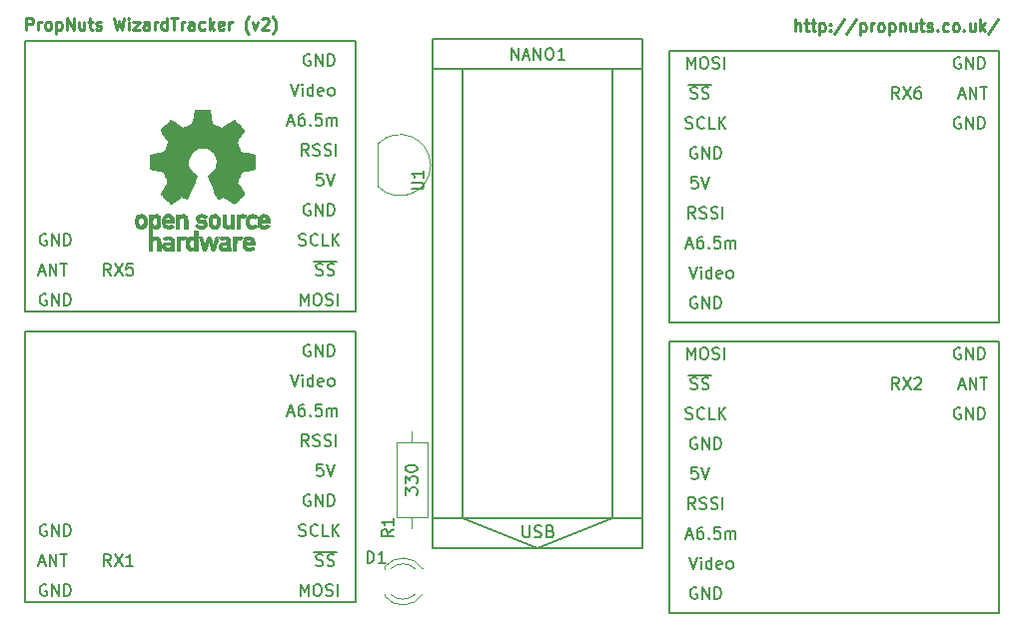
<source format=gto>
G04 #@! TF.FileFunction,Legend,Top*
%FSLAX46Y46*%
G04 Gerber Fmt 4.6, Leading zero omitted, Abs format (unit mm)*
G04 Created by KiCad (PCBNEW 4.0.6) date 08/29/17 21:17:03*
%MOMM*%
%LPD*%
G01*
G04 APERTURE LIST*
%ADD10C,0.100000*%
%ADD11C,0.250000*%
%ADD12C,0.120000*%
%ADD13C,0.150000*%
%ADD14C,0.010000*%
G04 APERTURE END LIST*
D10*
D11*
X186930284Y-79319381D02*
X186930284Y-78319381D01*
X187358856Y-79319381D02*
X187358856Y-78795571D01*
X187311237Y-78700333D01*
X187215999Y-78652714D01*
X187073141Y-78652714D01*
X186977903Y-78700333D01*
X186930284Y-78747952D01*
X187692189Y-78652714D02*
X188073141Y-78652714D01*
X187835046Y-78319381D02*
X187835046Y-79176524D01*
X187882665Y-79271762D01*
X187977903Y-79319381D01*
X188073141Y-79319381D01*
X188263618Y-78652714D02*
X188644570Y-78652714D01*
X188406475Y-78319381D02*
X188406475Y-79176524D01*
X188454094Y-79271762D01*
X188549332Y-79319381D01*
X188644570Y-79319381D01*
X188977904Y-78652714D02*
X188977904Y-79652714D01*
X188977904Y-78700333D02*
X189073142Y-78652714D01*
X189263619Y-78652714D01*
X189358857Y-78700333D01*
X189406476Y-78747952D01*
X189454095Y-78843190D01*
X189454095Y-79128905D01*
X189406476Y-79224143D01*
X189358857Y-79271762D01*
X189263619Y-79319381D01*
X189073142Y-79319381D01*
X188977904Y-79271762D01*
X189882666Y-79224143D02*
X189930285Y-79271762D01*
X189882666Y-79319381D01*
X189835047Y-79271762D01*
X189882666Y-79224143D01*
X189882666Y-79319381D01*
X189882666Y-78700333D02*
X189930285Y-78747952D01*
X189882666Y-78795571D01*
X189835047Y-78747952D01*
X189882666Y-78700333D01*
X189882666Y-78795571D01*
X191073142Y-78271762D02*
X190215999Y-79557476D01*
X192120761Y-78271762D02*
X191263618Y-79557476D01*
X192454094Y-78652714D02*
X192454094Y-79652714D01*
X192454094Y-78700333D02*
X192549332Y-78652714D01*
X192739809Y-78652714D01*
X192835047Y-78700333D01*
X192882666Y-78747952D01*
X192930285Y-78843190D01*
X192930285Y-79128905D01*
X192882666Y-79224143D01*
X192835047Y-79271762D01*
X192739809Y-79319381D01*
X192549332Y-79319381D01*
X192454094Y-79271762D01*
X193358856Y-79319381D02*
X193358856Y-78652714D01*
X193358856Y-78843190D02*
X193406475Y-78747952D01*
X193454094Y-78700333D01*
X193549332Y-78652714D01*
X193644571Y-78652714D01*
X194120761Y-79319381D02*
X194025523Y-79271762D01*
X193977904Y-79224143D01*
X193930285Y-79128905D01*
X193930285Y-78843190D01*
X193977904Y-78747952D01*
X194025523Y-78700333D01*
X194120761Y-78652714D01*
X194263619Y-78652714D01*
X194358857Y-78700333D01*
X194406476Y-78747952D01*
X194454095Y-78843190D01*
X194454095Y-79128905D01*
X194406476Y-79224143D01*
X194358857Y-79271762D01*
X194263619Y-79319381D01*
X194120761Y-79319381D01*
X194882666Y-78652714D02*
X194882666Y-79652714D01*
X194882666Y-78700333D02*
X194977904Y-78652714D01*
X195168381Y-78652714D01*
X195263619Y-78700333D01*
X195311238Y-78747952D01*
X195358857Y-78843190D01*
X195358857Y-79128905D01*
X195311238Y-79224143D01*
X195263619Y-79271762D01*
X195168381Y-79319381D01*
X194977904Y-79319381D01*
X194882666Y-79271762D01*
X195787428Y-78652714D02*
X195787428Y-79319381D01*
X195787428Y-78747952D02*
X195835047Y-78700333D01*
X195930285Y-78652714D01*
X196073143Y-78652714D01*
X196168381Y-78700333D01*
X196216000Y-78795571D01*
X196216000Y-79319381D01*
X197120762Y-78652714D02*
X197120762Y-79319381D01*
X196692190Y-78652714D02*
X196692190Y-79176524D01*
X196739809Y-79271762D01*
X196835047Y-79319381D01*
X196977905Y-79319381D01*
X197073143Y-79271762D01*
X197120762Y-79224143D01*
X197454095Y-78652714D02*
X197835047Y-78652714D01*
X197596952Y-78319381D02*
X197596952Y-79176524D01*
X197644571Y-79271762D01*
X197739809Y-79319381D01*
X197835047Y-79319381D01*
X198120762Y-79271762D02*
X198216000Y-79319381D01*
X198406476Y-79319381D01*
X198501715Y-79271762D01*
X198549334Y-79176524D01*
X198549334Y-79128905D01*
X198501715Y-79033667D01*
X198406476Y-78986048D01*
X198263619Y-78986048D01*
X198168381Y-78938429D01*
X198120762Y-78843190D01*
X198120762Y-78795571D01*
X198168381Y-78700333D01*
X198263619Y-78652714D01*
X198406476Y-78652714D01*
X198501715Y-78700333D01*
X198977905Y-79224143D02*
X199025524Y-79271762D01*
X198977905Y-79319381D01*
X198930286Y-79271762D01*
X198977905Y-79224143D01*
X198977905Y-79319381D01*
X199882667Y-79271762D02*
X199787429Y-79319381D01*
X199596952Y-79319381D01*
X199501714Y-79271762D01*
X199454095Y-79224143D01*
X199406476Y-79128905D01*
X199406476Y-78843190D01*
X199454095Y-78747952D01*
X199501714Y-78700333D01*
X199596952Y-78652714D01*
X199787429Y-78652714D01*
X199882667Y-78700333D01*
X200454095Y-79319381D02*
X200358857Y-79271762D01*
X200311238Y-79224143D01*
X200263619Y-79128905D01*
X200263619Y-78843190D01*
X200311238Y-78747952D01*
X200358857Y-78700333D01*
X200454095Y-78652714D01*
X200596953Y-78652714D01*
X200692191Y-78700333D01*
X200739810Y-78747952D01*
X200787429Y-78843190D01*
X200787429Y-79128905D01*
X200739810Y-79224143D01*
X200692191Y-79271762D01*
X200596953Y-79319381D01*
X200454095Y-79319381D01*
X201216000Y-79224143D02*
X201263619Y-79271762D01*
X201216000Y-79319381D01*
X201168381Y-79271762D01*
X201216000Y-79224143D01*
X201216000Y-79319381D01*
X202120762Y-78652714D02*
X202120762Y-79319381D01*
X201692190Y-78652714D02*
X201692190Y-79176524D01*
X201739809Y-79271762D01*
X201835047Y-79319381D01*
X201977905Y-79319381D01*
X202073143Y-79271762D01*
X202120762Y-79224143D01*
X202596952Y-79319381D02*
X202596952Y-78319381D01*
X202692190Y-78938429D02*
X202977905Y-79319381D01*
X202977905Y-78652714D02*
X202596952Y-79033667D01*
X204120762Y-78271762D02*
X203263619Y-79557476D01*
X121762569Y-79192381D02*
X121762569Y-78192381D01*
X122143522Y-78192381D01*
X122238760Y-78240000D01*
X122286379Y-78287619D01*
X122333998Y-78382857D01*
X122333998Y-78525714D01*
X122286379Y-78620952D01*
X122238760Y-78668571D01*
X122143522Y-78716190D01*
X121762569Y-78716190D01*
X122762569Y-79192381D02*
X122762569Y-78525714D01*
X122762569Y-78716190D02*
X122810188Y-78620952D01*
X122857807Y-78573333D01*
X122953045Y-78525714D01*
X123048284Y-78525714D01*
X123524474Y-79192381D02*
X123429236Y-79144762D01*
X123381617Y-79097143D01*
X123333998Y-79001905D01*
X123333998Y-78716190D01*
X123381617Y-78620952D01*
X123429236Y-78573333D01*
X123524474Y-78525714D01*
X123667332Y-78525714D01*
X123762570Y-78573333D01*
X123810189Y-78620952D01*
X123857808Y-78716190D01*
X123857808Y-79001905D01*
X123810189Y-79097143D01*
X123762570Y-79144762D01*
X123667332Y-79192381D01*
X123524474Y-79192381D01*
X124286379Y-78525714D02*
X124286379Y-79525714D01*
X124286379Y-78573333D02*
X124381617Y-78525714D01*
X124572094Y-78525714D01*
X124667332Y-78573333D01*
X124714951Y-78620952D01*
X124762570Y-78716190D01*
X124762570Y-79001905D01*
X124714951Y-79097143D01*
X124667332Y-79144762D01*
X124572094Y-79192381D01*
X124381617Y-79192381D01*
X124286379Y-79144762D01*
X125191141Y-79192381D02*
X125191141Y-78192381D01*
X125762570Y-79192381D01*
X125762570Y-78192381D01*
X126667332Y-78525714D02*
X126667332Y-79192381D01*
X126238760Y-78525714D02*
X126238760Y-79049524D01*
X126286379Y-79144762D01*
X126381617Y-79192381D01*
X126524475Y-79192381D01*
X126619713Y-79144762D01*
X126667332Y-79097143D01*
X127000665Y-78525714D02*
X127381617Y-78525714D01*
X127143522Y-78192381D02*
X127143522Y-79049524D01*
X127191141Y-79144762D01*
X127286379Y-79192381D01*
X127381617Y-79192381D01*
X127667332Y-79144762D02*
X127762570Y-79192381D01*
X127953046Y-79192381D01*
X128048285Y-79144762D01*
X128095904Y-79049524D01*
X128095904Y-79001905D01*
X128048285Y-78906667D01*
X127953046Y-78859048D01*
X127810189Y-78859048D01*
X127714951Y-78811429D01*
X127667332Y-78716190D01*
X127667332Y-78668571D01*
X127714951Y-78573333D01*
X127810189Y-78525714D01*
X127953046Y-78525714D01*
X128048285Y-78573333D01*
X129191142Y-78192381D02*
X129429237Y-79192381D01*
X129619714Y-78478095D01*
X129810190Y-79192381D01*
X130048285Y-78192381D01*
X130429237Y-79192381D02*
X130429237Y-78525714D01*
X130429237Y-78192381D02*
X130381618Y-78240000D01*
X130429237Y-78287619D01*
X130476856Y-78240000D01*
X130429237Y-78192381D01*
X130429237Y-78287619D01*
X130810189Y-78525714D02*
X131333999Y-78525714D01*
X130810189Y-79192381D01*
X131333999Y-79192381D01*
X132143523Y-79192381D02*
X132143523Y-78668571D01*
X132095904Y-78573333D01*
X132000666Y-78525714D01*
X131810189Y-78525714D01*
X131714951Y-78573333D01*
X132143523Y-79144762D02*
X132048285Y-79192381D01*
X131810189Y-79192381D01*
X131714951Y-79144762D01*
X131667332Y-79049524D01*
X131667332Y-78954286D01*
X131714951Y-78859048D01*
X131810189Y-78811429D01*
X132048285Y-78811429D01*
X132143523Y-78763810D01*
X132619713Y-79192381D02*
X132619713Y-78525714D01*
X132619713Y-78716190D02*
X132667332Y-78620952D01*
X132714951Y-78573333D01*
X132810189Y-78525714D01*
X132905428Y-78525714D01*
X133667333Y-79192381D02*
X133667333Y-78192381D01*
X133667333Y-79144762D02*
X133572095Y-79192381D01*
X133381618Y-79192381D01*
X133286380Y-79144762D01*
X133238761Y-79097143D01*
X133191142Y-79001905D01*
X133191142Y-78716190D01*
X133238761Y-78620952D01*
X133286380Y-78573333D01*
X133381618Y-78525714D01*
X133572095Y-78525714D01*
X133667333Y-78573333D01*
X134000666Y-78192381D02*
X134572095Y-78192381D01*
X134286380Y-79192381D02*
X134286380Y-78192381D01*
X134905428Y-79192381D02*
X134905428Y-78525714D01*
X134905428Y-78716190D02*
X134953047Y-78620952D01*
X135000666Y-78573333D01*
X135095904Y-78525714D01*
X135191143Y-78525714D01*
X135953048Y-79192381D02*
X135953048Y-78668571D01*
X135905429Y-78573333D01*
X135810191Y-78525714D01*
X135619714Y-78525714D01*
X135524476Y-78573333D01*
X135953048Y-79144762D02*
X135857810Y-79192381D01*
X135619714Y-79192381D01*
X135524476Y-79144762D01*
X135476857Y-79049524D01*
X135476857Y-78954286D01*
X135524476Y-78859048D01*
X135619714Y-78811429D01*
X135857810Y-78811429D01*
X135953048Y-78763810D01*
X136857810Y-79144762D02*
X136762572Y-79192381D01*
X136572095Y-79192381D01*
X136476857Y-79144762D01*
X136429238Y-79097143D01*
X136381619Y-79001905D01*
X136381619Y-78716190D01*
X136429238Y-78620952D01*
X136476857Y-78573333D01*
X136572095Y-78525714D01*
X136762572Y-78525714D01*
X136857810Y-78573333D01*
X137286381Y-79192381D02*
X137286381Y-78192381D01*
X137381619Y-78811429D02*
X137667334Y-79192381D01*
X137667334Y-78525714D02*
X137286381Y-78906667D01*
X138476858Y-79144762D02*
X138381620Y-79192381D01*
X138191143Y-79192381D01*
X138095905Y-79144762D01*
X138048286Y-79049524D01*
X138048286Y-78668571D01*
X138095905Y-78573333D01*
X138191143Y-78525714D01*
X138381620Y-78525714D01*
X138476858Y-78573333D01*
X138524477Y-78668571D01*
X138524477Y-78763810D01*
X138048286Y-78859048D01*
X138953048Y-79192381D02*
X138953048Y-78525714D01*
X138953048Y-78716190D02*
X139000667Y-78620952D01*
X139048286Y-78573333D01*
X139143524Y-78525714D01*
X139238763Y-78525714D01*
X140619716Y-79573333D02*
X140572096Y-79525714D01*
X140476858Y-79382857D01*
X140429239Y-79287619D01*
X140381620Y-79144762D01*
X140334001Y-78906667D01*
X140334001Y-78716190D01*
X140381620Y-78478095D01*
X140429239Y-78335238D01*
X140476858Y-78240000D01*
X140572096Y-78097143D01*
X140619716Y-78049524D01*
X140905430Y-78525714D02*
X141143525Y-79192381D01*
X141381621Y-78525714D01*
X141714954Y-78287619D02*
X141762573Y-78240000D01*
X141857811Y-78192381D01*
X142095907Y-78192381D01*
X142191145Y-78240000D01*
X142238764Y-78287619D01*
X142286383Y-78382857D01*
X142286383Y-78478095D01*
X142238764Y-78620952D01*
X141667335Y-79192381D01*
X142286383Y-79192381D01*
X142619716Y-79573333D02*
X142667335Y-79525714D01*
X142762573Y-79382857D01*
X142810192Y-79287619D01*
X142857811Y-79144762D01*
X142905430Y-78906667D01*
X142905430Y-78716190D01*
X142857811Y-78478095D01*
X142810192Y-78335238D01*
X142762573Y-78240000D01*
X142667335Y-78097143D01*
X142619716Y-78049524D01*
D12*
X155342335Y-124905392D02*
G75*
G03X152110000Y-124748484I-1672335J-1078608D01*
G01*
X155342335Y-127062608D02*
G75*
G02X152110000Y-127219516I-1672335J1078608D01*
G01*
X154711130Y-124904163D02*
G75*
G03X152629039Y-124904000I-1041130J-1079837D01*
G01*
X154711130Y-127063837D02*
G75*
G02X152629039Y-127064000I-1041130J1079837D01*
G01*
X152110000Y-124748000D02*
X152110000Y-124904000D01*
X152110000Y-127064000D02*
X152110000Y-127220000D01*
X155742000Y-114138000D02*
X153122000Y-114138000D01*
X153122000Y-114138000D02*
X153122000Y-120558000D01*
X153122000Y-120558000D02*
X155742000Y-120558000D01*
X155742000Y-120558000D02*
X155742000Y-114138000D01*
X154432000Y-113248000D02*
X154432000Y-114138000D01*
X154432000Y-121448000D02*
X154432000Y-120558000D01*
X151566000Y-88878000D02*
X151566000Y-92478000D01*
X151577522Y-88839522D02*
G75*
G02X156016000Y-90678000I1838478J-1838478D01*
G01*
X151577522Y-92516478D02*
G75*
G03X156016000Y-90678000I1838478J1838478D01*
G01*
D13*
X171450000Y-120650000D02*
X165100000Y-123190000D01*
X158750000Y-120650000D02*
X171450000Y-120650000D01*
X165100000Y-123190000D02*
X158750000Y-120650000D01*
X156210000Y-82550000D02*
X158750000Y-82550000D01*
X158750000Y-120650000D02*
X156210000Y-120650000D01*
X156210000Y-120650000D02*
X156210000Y-82550000D01*
X171450000Y-82550000D02*
X173990000Y-82550000D01*
X173990000Y-82550000D02*
X173990000Y-120650000D01*
X173990000Y-120650000D02*
X171450000Y-120650000D01*
X158750000Y-82550000D02*
X158750000Y-120650000D01*
X158750000Y-120650000D02*
X171450000Y-120650000D01*
X171450000Y-120650000D02*
X171450000Y-82550000D01*
X171450000Y-82550000D02*
X158750000Y-82550000D01*
X156210000Y-82550000D02*
X156210000Y-80010000D01*
X156210000Y-80010000D02*
X173990000Y-80010000D01*
X173990000Y-80010000D02*
X173990000Y-82550000D01*
X173990000Y-120650000D02*
X173990000Y-123190000D01*
X173990000Y-123190000D02*
X156210000Y-123190000D01*
X156210000Y-123190000D02*
X156210000Y-120650000D01*
X176216000Y-81026000D02*
X176216000Y-104026000D01*
X176216000Y-104026000D02*
X204216000Y-104026000D01*
X204216000Y-104026000D02*
X204216000Y-81026000D01*
X204216000Y-81026000D02*
X176216000Y-81026000D01*
X149666000Y-127762000D02*
X149666000Y-104762000D01*
X149666000Y-104762000D02*
X121666000Y-104762000D01*
X121666000Y-104762000D02*
X121666000Y-127762000D01*
X121666000Y-127762000D02*
X149666000Y-127762000D01*
X176216000Y-105664000D02*
X176216000Y-128664000D01*
X176216000Y-128664000D02*
X204216000Y-128664000D01*
X204216000Y-128664000D02*
X204216000Y-105664000D01*
X204216000Y-105664000D02*
X176216000Y-105664000D01*
X149666000Y-103124000D02*
X149666000Y-80124000D01*
X149666000Y-80124000D02*
X121666000Y-80124000D01*
X121666000Y-80124000D02*
X121666000Y-103124000D01*
X121666000Y-103124000D02*
X149666000Y-103124000D01*
D14*
G36*
X132871909Y-94857560D02*
X132924412Y-94883499D01*
X132989158Y-94928700D01*
X133036347Y-94977991D01*
X133068665Y-95039885D01*
X133088797Y-95122896D01*
X133099430Y-95235538D01*
X133103247Y-95386324D01*
X133103470Y-95451149D01*
X133102818Y-95593221D01*
X133100112Y-95694757D01*
X133094224Y-95765015D01*
X133084027Y-95813256D01*
X133068394Y-95848738D01*
X133052128Y-95872943D01*
X132948295Y-95975929D01*
X132826021Y-96037874D01*
X132694114Y-96056506D01*
X132561384Y-96029549D01*
X132519333Y-96010486D01*
X132418666Y-95958015D01*
X132418666Y-96780259D01*
X132492135Y-96742267D01*
X132588941Y-96712872D01*
X132707928Y-96705342D01*
X132826745Y-96719245D01*
X132916473Y-96750476D01*
X132990899Y-96809954D01*
X133054490Y-96895066D01*
X133059271Y-96903805D01*
X133079437Y-96944966D01*
X133094165Y-96986454D01*
X133104303Y-97036713D01*
X133110699Y-97104184D01*
X133114201Y-97197309D01*
X133115658Y-97324531D01*
X133115921Y-97467701D01*
X133115921Y-97924471D01*
X132842000Y-97924471D01*
X132842000Y-97082231D01*
X132765383Y-97017763D01*
X132685793Y-96966194D01*
X132610422Y-96956818D01*
X132534633Y-96980947D01*
X132494241Y-97004574D01*
X132464179Y-97038227D01*
X132442797Y-97089087D01*
X132428450Y-97164334D01*
X132419490Y-97271146D01*
X132414270Y-97416704D01*
X132412431Y-97513588D01*
X132406215Y-97912020D01*
X132275480Y-97919547D01*
X132144745Y-97927073D01*
X132144745Y-95454582D01*
X132418666Y-95454582D01*
X132425650Y-95592423D01*
X132449182Y-95688107D01*
X132493135Y-95747641D01*
X132561382Y-95777029D01*
X132630333Y-95782902D01*
X132708386Y-95776154D01*
X132760189Y-95749594D01*
X132792583Y-95714499D01*
X132818084Y-95676752D01*
X132833265Y-95634700D01*
X132840019Y-95575779D01*
X132840241Y-95487428D01*
X132837968Y-95413448D01*
X132832749Y-95302000D01*
X132824979Y-95228833D01*
X132811895Y-95182422D01*
X132790732Y-95151244D01*
X132770760Y-95133223D01*
X132687314Y-95093925D01*
X132588551Y-95087579D01*
X132531841Y-95101116D01*
X132475692Y-95149233D01*
X132438499Y-95242833D01*
X132420472Y-95381254D01*
X132418666Y-95454582D01*
X132144745Y-95454582D01*
X132144745Y-94836628D01*
X132281705Y-94836628D01*
X132363935Y-94839879D01*
X132406360Y-94851426D01*
X132418661Y-94873952D01*
X132418666Y-94874620D01*
X132424374Y-94896681D01*
X132449547Y-94894176D01*
X132499598Y-94869935D01*
X132616219Y-94832851D01*
X132747429Y-94828953D01*
X132871909Y-94857560D01*
X132871909Y-94857560D01*
G37*
X132871909Y-94857560D02*
X132924412Y-94883499D01*
X132989158Y-94928700D01*
X133036347Y-94977991D01*
X133068665Y-95039885D01*
X133088797Y-95122896D01*
X133099430Y-95235538D01*
X133103247Y-95386324D01*
X133103470Y-95451149D01*
X133102818Y-95593221D01*
X133100112Y-95694757D01*
X133094224Y-95765015D01*
X133084027Y-95813256D01*
X133068394Y-95848738D01*
X133052128Y-95872943D01*
X132948295Y-95975929D01*
X132826021Y-96037874D01*
X132694114Y-96056506D01*
X132561384Y-96029549D01*
X132519333Y-96010486D01*
X132418666Y-95958015D01*
X132418666Y-96780259D01*
X132492135Y-96742267D01*
X132588941Y-96712872D01*
X132707928Y-96705342D01*
X132826745Y-96719245D01*
X132916473Y-96750476D01*
X132990899Y-96809954D01*
X133054490Y-96895066D01*
X133059271Y-96903805D01*
X133079437Y-96944966D01*
X133094165Y-96986454D01*
X133104303Y-97036713D01*
X133110699Y-97104184D01*
X133114201Y-97197309D01*
X133115658Y-97324531D01*
X133115921Y-97467701D01*
X133115921Y-97924471D01*
X132842000Y-97924471D01*
X132842000Y-97082231D01*
X132765383Y-97017763D01*
X132685793Y-96966194D01*
X132610422Y-96956818D01*
X132534633Y-96980947D01*
X132494241Y-97004574D01*
X132464179Y-97038227D01*
X132442797Y-97089087D01*
X132428450Y-97164334D01*
X132419490Y-97271146D01*
X132414270Y-97416704D01*
X132412431Y-97513588D01*
X132406215Y-97912020D01*
X132275480Y-97919547D01*
X132144745Y-97927073D01*
X132144745Y-95454582D01*
X132418666Y-95454582D01*
X132425650Y-95592423D01*
X132449182Y-95688107D01*
X132493135Y-95747641D01*
X132561382Y-95777029D01*
X132630333Y-95782902D01*
X132708386Y-95776154D01*
X132760189Y-95749594D01*
X132792583Y-95714499D01*
X132818084Y-95676752D01*
X132833265Y-95634700D01*
X132840019Y-95575779D01*
X132840241Y-95487428D01*
X132837968Y-95413448D01*
X132832749Y-95302000D01*
X132824979Y-95228833D01*
X132811895Y-95182422D01*
X132790732Y-95151244D01*
X132770760Y-95133223D01*
X132687314Y-95093925D01*
X132588551Y-95087579D01*
X132531841Y-95101116D01*
X132475692Y-95149233D01*
X132438499Y-95242833D01*
X132420472Y-95381254D01*
X132418666Y-95454582D01*
X132144745Y-95454582D01*
X132144745Y-94836628D01*
X132281705Y-94836628D01*
X132363935Y-94839879D01*
X132406360Y-94851426D01*
X132418661Y-94873952D01*
X132418666Y-94874620D01*
X132424374Y-94896681D01*
X132449547Y-94894176D01*
X132499598Y-94869935D01*
X132616219Y-94832851D01*
X132747429Y-94828953D01*
X132871909Y-94857560D01*
G36*
X133910720Y-96713922D02*
X134027870Y-96745180D01*
X134117051Y-96801837D01*
X134179984Y-96876045D01*
X134199548Y-96907716D01*
X134213992Y-96940891D01*
X134224089Y-96983329D01*
X134230615Y-97042788D01*
X134234342Y-97127029D01*
X134236046Y-97243810D01*
X134236500Y-97400890D01*
X134236509Y-97442565D01*
X134236509Y-97924471D01*
X134116980Y-97924471D01*
X134040739Y-97919131D01*
X133984366Y-97905604D01*
X133970242Y-97897262D01*
X133931630Y-97882864D01*
X133892192Y-97897262D01*
X133827262Y-97915237D01*
X133732945Y-97922472D01*
X133628407Y-97919333D01*
X133532811Y-97906186D01*
X133477000Y-97889318D01*
X133368998Y-97819986D01*
X133301503Y-97723772D01*
X133271159Y-97595844D01*
X133270877Y-97592559D01*
X133273540Y-97535808D01*
X133514353Y-97535808D01*
X133535405Y-97600358D01*
X133569697Y-97636686D01*
X133638532Y-97664162D01*
X133729390Y-97675129D01*
X133822042Y-97669731D01*
X133896256Y-97648110D01*
X133917049Y-97634239D01*
X133953381Y-97570143D01*
X133962588Y-97497278D01*
X133962588Y-97401530D01*
X133824827Y-97401530D01*
X133693953Y-97411605D01*
X133594741Y-97440148D01*
X133533023Y-97484639D01*
X133514353Y-97535808D01*
X133273540Y-97535808D01*
X133277436Y-97452790D01*
X133323534Y-97342282D01*
X133410200Y-97258712D01*
X133422179Y-97251110D01*
X133473655Y-97226357D01*
X133537368Y-97211368D01*
X133626435Y-97204082D01*
X133732245Y-97202407D01*
X133962588Y-97202314D01*
X133962588Y-97105755D01*
X133952817Y-97030836D01*
X133927884Y-96980644D01*
X133924965Y-96977972D01*
X133869481Y-96956015D01*
X133785727Y-96947505D01*
X133693167Y-96951687D01*
X133611270Y-96967809D01*
X133562673Y-96991990D01*
X133536341Y-97011359D01*
X133508535Y-97015057D01*
X133470161Y-96999188D01*
X133412125Y-96959855D01*
X133325331Y-96893164D01*
X133317365Y-96886916D01*
X133321447Y-96863800D01*
X133355501Y-96825352D01*
X133407260Y-96782627D01*
X133464455Y-96746679D01*
X133482425Y-96738191D01*
X133547972Y-96721252D01*
X133644020Y-96709170D01*
X133751329Y-96704323D01*
X133756347Y-96704313D01*
X133910720Y-96713922D01*
X133910720Y-96713922D01*
G37*
X133910720Y-96713922D02*
X134027870Y-96745180D01*
X134117051Y-96801837D01*
X134179984Y-96876045D01*
X134199548Y-96907716D01*
X134213992Y-96940891D01*
X134224089Y-96983329D01*
X134230615Y-97042788D01*
X134234342Y-97127029D01*
X134236046Y-97243810D01*
X134236500Y-97400890D01*
X134236509Y-97442565D01*
X134236509Y-97924471D01*
X134116980Y-97924471D01*
X134040739Y-97919131D01*
X133984366Y-97905604D01*
X133970242Y-97897262D01*
X133931630Y-97882864D01*
X133892192Y-97897262D01*
X133827262Y-97915237D01*
X133732945Y-97922472D01*
X133628407Y-97919333D01*
X133532811Y-97906186D01*
X133477000Y-97889318D01*
X133368998Y-97819986D01*
X133301503Y-97723772D01*
X133271159Y-97595844D01*
X133270877Y-97592559D01*
X133273540Y-97535808D01*
X133514353Y-97535808D01*
X133535405Y-97600358D01*
X133569697Y-97636686D01*
X133638532Y-97664162D01*
X133729390Y-97675129D01*
X133822042Y-97669731D01*
X133896256Y-97648110D01*
X133917049Y-97634239D01*
X133953381Y-97570143D01*
X133962588Y-97497278D01*
X133962588Y-97401530D01*
X133824827Y-97401530D01*
X133693953Y-97411605D01*
X133594741Y-97440148D01*
X133533023Y-97484639D01*
X133514353Y-97535808D01*
X133273540Y-97535808D01*
X133277436Y-97452790D01*
X133323534Y-97342282D01*
X133410200Y-97258712D01*
X133422179Y-97251110D01*
X133473655Y-97226357D01*
X133537368Y-97211368D01*
X133626435Y-97204082D01*
X133732245Y-97202407D01*
X133962588Y-97202314D01*
X133962588Y-97105755D01*
X133952817Y-97030836D01*
X133927884Y-96980644D01*
X133924965Y-96977972D01*
X133869481Y-96956015D01*
X133785727Y-96947505D01*
X133693167Y-96951687D01*
X133611270Y-96967809D01*
X133562673Y-96991990D01*
X133536341Y-97011359D01*
X133508535Y-97015057D01*
X133470161Y-96999188D01*
X133412125Y-96959855D01*
X133325331Y-96893164D01*
X133317365Y-96886916D01*
X133321447Y-96863800D01*
X133355501Y-96825352D01*
X133407260Y-96782627D01*
X133464455Y-96746679D01*
X133482425Y-96738191D01*
X133547972Y-96721252D01*
X133644020Y-96709170D01*
X133751329Y-96704323D01*
X133756347Y-96704313D01*
X133910720Y-96713922D01*
G36*
X134684764Y-96706921D02*
X134722030Y-96718091D01*
X134734043Y-96742633D01*
X134734549Y-96753712D01*
X134736704Y-96784572D01*
X134751551Y-96789417D01*
X134791657Y-96768260D01*
X134815480Y-96753806D01*
X134890638Y-96722850D01*
X134980406Y-96707544D01*
X135074529Y-96706367D01*
X135162754Y-96717799D01*
X135234826Y-96740320D01*
X135280492Y-96772409D01*
X135289498Y-96812545D01*
X135284953Y-96823415D01*
X135251821Y-96868534D01*
X135200445Y-96924026D01*
X135191152Y-96932996D01*
X135142182Y-96974245D01*
X135099931Y-96987572D01*
X135040841Y-96978271D01*
X135017169Y-96972090D01*
X134943504Y-96957246D01*
X134891710Y-96963921D01*
X134847969Y-96987465D01*
X134807902Y-97019061D01*
X134778392Y-97058798D01*
X134757884Y-97114252D01*
X134744824Y-97193003D01*
X134737656Y-97302629D01*
X134734824Y-97450706D01*
X134734549Y-97540111D01*
X134734549Y-97924471D01*
X134485529Y-97924471D01*
X134485529Y-96704275D01*
X134610039Y-96704275D01*
X134684764Y-96706921D01*
X134684764Y-96706921D01*
G37*
X134684764Y-96706921D02*
X134722030Y-96718091D01*
X134734043Y-96742633D01*
X134734549Y-96753712D01*
X134736704Y-96784572D01*
X134751551Y-96789417D01*
X134791657Y-96768260D01*
X134815480Y-96753806D01*
X134890638Y-96722850D01*
X134980406Y-96707544D01*
X135074529Y-96706367D01*
X135162754Y-96717799D01*
X135234826Y-96740320D01*
X135280492Y-96772409D01*
X135289498Y-96812545D01*
X135284953Y-96823415D01*
X135251821Y-96868534D01*
X135200445Y-96924026D01*
X135191152Y-96932996D01*
X135142182Y-96974245D01*
X135099931Y-96987572D01*
X135040841Y-96978271D01*
X135017169Y-96972090D01*
X134943504Y-96957246D01*
X134891710Y-96963921D01*
X134847969Y-96987465D01*
X134807902Y-97019061D01*
X134778392Y-97058798D01*
X134757884Y-97114252D01*
X134744824Y-97193003D01*
X134737656Y-97302629D01*
X134734824Y-97450706D01*
X134734549Y-97540111D01*
X134734549Y-97924471D01*
X134485529Y-97924471D01*
X134485529Y-96704275D01*
X134610039Y-96704275D01*
X134684764Y-96706921D01*
G36*
X136253568Y-97924471D02*
X136116607Y-97924471D01*
X136037111Y-97922140D01*
X135995708Y-97912488D01*
X135980801Y-97891525D01*
X135979647Y-97877351D01*
X135977133Y-97848927D01*
X135961280Y-97843475D01*
X135919621Y-97860998D01*
X135887224Y-97877351D01*
X135762849Y-97916103D01*
X135627646Y-97918346D01*
X135517726Y-97889444D01*
X135415366Y-97819619D01*
X135337340Y-97716555D01*
X135294614Y-97594989D01*
X135293526Y-97588192D01*
X135287178Y-97514032D01*
X135284021Y-97407570D01*
X135284275Y-97327052D01*
X135556289Y-97327052D01*
X135562590Y-97434070D01*
X135576925Y-97522278D01*
X135596331Y-97572090D01*
X135669746Y-97640162D01*
X135756914Y-97664564D01*
X135846804Y-97644831D01*
X135923617Y-97585968D01*
X135952708Y-97546379D01*
X135969717Y-97499138D01*
X135977684Y-97430181D01*
X135979647Y-97326607D01*
X135976134Y-97224039D01*
X135966857Y-97133921D01*
X135953706Y-97073613D01*
X135951514Y-97068208D01*
X135898478Y-97003940D01*
X135821067Y-96968656D01*
X135734454Y-96962959D01*
X135653807Y-96987453D01*
X135594297Y-97042742D01*
X135588124Y-97053743D01*
X135568801Y-97120827D01*
X135558274Y-97217284D01*
X135556289Y-97327052D01*
X135284275Y-97327052D01*
X135284404Y-97286225D01*
X135286194Y-97220918D01*
X135298373Y-97059355D01*
X135323685Y-96938053D01*
X135365793Y-96848379D01*
X135428359Y-96781699D01*
X135489100Y-96742557D01*
X135573964Y-96715040D01*
X135679515Y-96705603D01*
X135787598Y-96713290D01*
X135880058Y-96737146D01*
X135928910Y-96765685D01*
X135979647Y-96811601D01*
X135979647Y-96231137D01*
X136253568Y-96231137D01*
X136253568Y-97924471D01*
X136253568Y-97924471D01*
G37*
X136253568Y-97924471D02*
X136116607Y-97924471D01*
X136037111Y-97922140D01*
X135995708Y-97912488D01*
X135980801Y-97891525D01*
X135979647Y-97877351D01*
X135977133Y-97848927D01*
X135961280Y-97843475D01*
X135919621Y-97860998D01*
X135887224Y-97877351D01*
X135762849Y-97916103D01*
X135627646Y-97918346D01*
X135517726Y-97889444D01*
X135415366Y-97819619D01*
X135337340Y-97716555D01*
X135294614Y-97594989D01*
X135293526Y-97588192D01*
X135287178Y-97514032D01*
X135284021Y-97407570D01*
X135284275Y-97327052D01*
X135556289Y-97327052D01*
X135562590Y-97434070D01*
X135576925Y-97522278D01*
X135596331Y-97572090D01*
X135669746Y-97640162D01*
X135756914Y-97664564D01*
X135846804Y-97644831D01*
X135923617Y-97585968D01*
X135952708Y-97546379D01*
X135969717Y-97499138D01*
X135977684Y-97430181D01*
X135979647Y-97326607D01*
X135976134Y-97224039D01*
X135966857Y-97133921D01*
X135953706Y-97073613D01*
X135951514Y-97068208D01*
X135898478Y-97003940D01*
X135821067Y-96968656D01*
X135734454Y-96962959D01*
X135653807Y-96987453D01*
X135594297Y-97042742D01*
X135588124Y-97053743D01*
X135568801Y-97120827D01*
X135558274Y-97217284D01*
X135556289Y-97327052D01*
X135284275Y-97327052D01*
X135284404Y-97286225D01*
X135286194Y-97220918D01*
X135298373Y-97059355D01*
X135323685Y-96938053D01*
X135365793Y-96848379D01*
X135428359Y-96781699D01*
X135489100Y-96742557D01*
X135573964Y-96715040D01*
X135679515Y-96705603D01*
X135787598Y-96713290D01*
X135880058Y-96737146D01*
X135928910Y-96765685D01*
X135979647Y-96811601D01*
X135979647Y-96231137D01*
X136253568Y-96231137D01*
X136253568Y-97924471D01*
G36*
X137209528Y-96709332D02*
X137308014Y-96716726D01*
X137436776Y-97102706D01*
X137565537Y-97488686D01*
X137605911Y-97351726D01*
X137630207Y-97267083D01*
X137662167Y-97152697D01*
X137696679Y-97026963D01*
X137714928Y-96959520D01*
X137783571Y-96704275D01*
X138066773Y-96704275D01*
X137982122Y-96971971D01*
X137940435Y-97103638D01*
X137890074Y-97262458D01*
X137837481Y-97428128D01*
X137790530Y-97575843D01*
X137683589Y-97912020D01*
X137452661Y-97927044D01*
X137390050Y-97720316D01*
X137351438Y-97591896D01*
X137309300Y-97450322D01*
X137272472Y-97325285D01*
X137271018Y-97320309D01*
X137243511Y-97235586D01*
X137219242Y-97177778D01*
X137202243Y-97155918D01*
X137198750Y-97158446D01*
X137186490Y-97192336D01*
X137163195Y-97264930D01*
X137131700Y-97367101D01*
X137094842Y-97489720D01*
X137074899Y-97557167D01*
X136966895Y-97924471D01*
X136737679Y-97924471D01*
X136554439Y-97345500D01*
X136502963Y-97183091D01*
X136456070Y-97035602D01*
X136415977Y-96909960D01*
X136384897Y-96813095D01*
X136365045Y-96751934D01*
X136359011Y-96734065D01*
X136363788Y-96715768D01*
X136401297Y-96707755D01*
X136479355Y-96708557D01*
X136491574Y-96709163D01*
X136636326Y-96716726D01*
X136731130Y-97065353D01*
X136765977Y-97192497D01*
X136797117Y-97304265D01*
X136821809Y-97390953D01*
X136837312Y-97442856D01*
X136840176Y-97451318D01*
X136852046Y-97441587D01*
X136875983Y-97391172D01*
X136909239Y-97306935D01*
X136949064Y-97195741D01*
X136982730Y-97095297D01*
X137111041Y-96701939D01*
X137209528Y-96709332D01*
X137209528Y-96709332D01*
G37*
X137209528Y-96709332D02*
X137308014Y-96716726D01*
X137436776Y-97102706D01*
X137565537Y-97488686D01*
X137605911Y-97351726D01*
X137630207Y-97267083D01*
X137662167Y-97152697D01*
X137696679Y-97026963D01*
X137714928Y-96959520D01*
X137783571Y-96704275D01*
X138066773Y-96704275D01*
X137982122Y-96971971D01*
X137940435Y-97103638D01*
X137890074Y-97262458D01*
X137837481Y-97428128D01*
X137790530Y-97575843D01*
X137683589Y-97912020D01*
X137452661Y-97927044D01*
X137390050Y-97720316D01*
X137351438Y-97591896D01*
X137309300Y-97450322D01*
X137272472Y-97325285D01*
X137271018Y-97320309D01*
X137243511Y-97235586D01*
X137219242Y-97177778D01*
X137202243Y-97155918D01*
X137198750Y-97158446D01*
X137186490Y-97192336D01*
X137163195Y-97264930D01*
X137131700Y-97367101D01*
X137094842Y-97489720D01*
X137074899Y-97557167D01*
X136966895Y-97924471D01*
X136737679Y-97924471D01*
X136554439Y-97345500D01*
X136502963Y-97183091D01*
X136456070Y-97035602D01*
X136415977Y-96909960D01*
X136384897Y-96813095D01*
X136365045Y-96751934D01*
X136359011Y-96734065D01*
X136363788Y-96715768D01*
X136401297Y-96707755D01*
X136479355Y-96708557D01*
X136491574Y-96709163D01*
X136636326Y-96716726D01*
X136731130Y-97065353D01*
X136765977Y-97192497D01*
X136797117Y-97304265D01*
X136821809Y-97390953D01*
X136837312Y-97442856D01*
X136840176Y-97451318D01*
X136852046Y-97441587D01*
X136875983Y-97391172D01*
X136909239Y-97306935D01*
X136949064Y-97195741D01*
X136982730Y-97095297D01*
X137111041Y-96701939D01*
X137209528Y-96709332D01*
G36*
X138708459Y-96711669D02*
X138813420Y-96737163D01*
X138843761Y-96750669D01*
X138902573Y-96786046D01*
X138947709Y-96825890D01*
X138981106Y-96877120D01*
X139004701Y-96946654D01*
X139020433Y-97041409D01*
X139030239Y-97168305D01*
X139036057Y-97334258D01*
X139038266Y-97445108D01*
X139046396Y-97924471D01*
X138907531Y-97924471D01*
X138823287Y-97920938D01*
X138779884Y-97908866D01*
X138768666Y-97888594D01*
X138762744Y-97866674D01*
X138736266Y-97870865D01*
X138700186Y-97888441D01*
X138609862Y-97915382D01*
X138493777Y-97922642D01*
X138371680Y-97910767D01*
X138263321Y-97880305D01*
X138253602Y-97876077D01*
X138154568Y-97806505D01*
X138089281Y-97709789D01*
X138059240Y-97596738D01*
X138061535Y-97556122D01*
X138306633Y-97556122D01*
X138328229Y-97610782D01*
X138392259Y-97649952D01*
X138495565Y-97670974D01*
X138550774Y-97673766D01*
X138642782Y-97666620D01*
X138703941Y-97638848D01*
X138718862Y-97625647D01*
X138759287Y-97553829D01*
X138768666Y-97488686D01*
X138768666Y-97401530D01*
X138647269Y-97401530D01*
X138506153Y-97408722D01*
X138407173Y-97431345D01*
X138344633Y-97470964D01*
X138330631Y-97488628D01*
X138306633Y-97556122D01*
X138061535Y-97556122D01*
X138065941Y-97478157D01*
X138110880Y-97364855D01*
X138172196Y-97288285D01*
X138209332Y-97255181D01*
X138245687Y-97233425D01*
X138292990Y-97220161D01*
X138362973Y-97212528D01*
X138467364Y-97207670D01*
X138508770Y-97206273D01*
X138768666Y-97197780D01*
X138768285Y-97119116D01*
X138758219Y-97036428D01*
X138721829Y-96986431D01*
X138648311Y-96954489D01*
X138646339Y-96953920D01*
X138542105Y-96941361D01*
X138440108Y-96957766D01*
X138364305Y-96997657D01*
X138333890Y-97017354D01*
X138301132Y-97014629D01*
X138250721Y-96986091D01*
X138221119Y-96965950D01*
X138163218Y-96922919D01*
X138127352Y-96890662D01*
X138121597Y-96881427D01*
X138145295Y-96833636D01*
X138215313Y-96776562D01*
X138245725Y-96757305D01*
X138333155Y-96724140D01*
X138450983Y-96705350D01*
X138581866Y-96701129D01*
X138708459Y-96711669D01*
X138708459Y-96711669D01*
G37*
X138708459Y-96711669D02*
X138813420Y-96737163D01*
X138843761Y-96750669D01*
X138902573Y-96786046D01*
X138947709Y-96825890D01*
X138981106Y-96877120D01*
X139004701Y-96946654D01*
X139020433Y-97041409D01*
X139030239Y-97168305D01*
X139036057Y-97334258D01*
X139038266Y-97445108D01*
X139046396Y-97924471D01*
X138907531Y-97924471D01*
X138823287Y-97920938D01*
X138779884Y-97908866D01*
X138768666Y-97888594D01*
X138762744Y-97866674D01*
X138736266Y-97870865D01*
X138700186Y-97888441D01*
X138609862Y-97915382D01*
X138493777Y-97922642D01*
X138371680Y-97910767D01*
X138263321Y-97880305D01*
X138253602Y-97876077D01*
X138154568Y-97806505D01*
X138089281Y-97709789D01*
X138059240Y-97596738D01*
X138061535Y-97556122D01*
X138306633Y-97556122D01*
X138328229Y-97610782D01*
X138392259Y-97649952D01*
X138495565Y-97670974D01*
X138550774Y-97673766D01*
X138642782Y-97666620D01*
X138703941Y-97638848D01*
X138718862Y-97625647D01*
X138759287Y-97553829D01*
X138768666Y-97488686D01*
X138768666Y-97401530D01*
X138647269Y-97401530D01*
X138506153Y-97408722D01*
X138407173Y-97431345D01*
X138344633Y-97470964D01*
X138330631Y-97488628D01*
X138306633Y-97556122D01*
X138061535Y-97556122D01*
X138065941Y-97478157D01*
X138110880Y-97364855D01*
X138172196Y-97288285D01*
X138209332Y-97255181D01*
X138245687Y-97233425D01*
X138292990Y-97220161D01*
X138362973Y-97212528D01*
X138467364Y-97207670D01*
X138508770Y-97206273D01*
X138768666Y-97197780D01*
X138768285Y-97119116D01*
X138758219Y-97036428D01*
X138721829Y-96986431D01*
X138648311Y-96954489D01*
X138646339Y-96953920D01*
X138542105Y-96941361D01*
X138440108Y-96957766D01*
X138364305Y-96997657D01*
X138333890Y-97017354D01*
X138301132Y-97014629D01*
X138250721Y-96986091D01*
X138221119Y-96965950D01*
X138163218Y-96922919D01*
X138127352Y-96890662D01*
X138121597Y-96881427D01*
X138145295Y-96833636D01*
X138215313Y-96776562D01*
X138245725Y-96757305D01*
X138333155Y-96724140D01*
X138450983Y-96705350D01*
X138581866Y-96701129D01*
X138708459Y-96711669D01*
G36*
X139890446Y-96703883D02*
X139986177Y-96722755D01*
X140040677Y-96750699D01*
X140098008Y-96797123D01*
X140016441Y-96900111D01*
X139966150Y-96962479D01*
X139932001Y-96992907D01*
X139898063Y-96997555D01*
X139848406Y-96982586D01*
X139825096Y-96974117D01*
X139730063Y-96961622D01*
X139643032Y-96988406D01*
X139579138Y-97048915D01*
X139568759Y-97068208D01*
X139557456Y-97119314D01*
X139548732Y-97213500D01*
X139542997Y-97344089D01*
X139540660Y-97504405D01*
X139540627Y-97527211D01*
X139540627Y-97924471D01*
X139266705Y-97924471D01*
X139266705Y-96704275D01*
X139403666Y-96704275D01*
X139482638Y-96706337D01*
X139523779Y-96715513D01*
X139538992Y-96736290D01*
X139540627Y-96755886D01*
X139540627Y-96807497D01*
X139606240Y-96755886D01*
X139681475Y-96720675D01*
X139782544Y-96703265D01*
X139890446Y-96703883D01*
X139890446Y-96703883D01*
G37*
X139890446Y-96703883D02*
X139986177Y-96722755D01*
X140040677Y-96750699D01*
X140098008Y-96797123D01*
X140016441Y-96900111D01*
X139966150Y-96962479D01*
X139932001Y-96992907D01*
X139898063Y-96997555D01*
X139848406Y-96982586D01*
X139825096Y-96974117D01*
X139730063Y-96961622D01*
X139643032Y-96988406D01*
X139579138Y-97048915D01*
X139568759Y-97068208D01*
X139557456Y-97119314D01*
X139548732Y-97213500D01*
X139542997Y-97344089D01*
X139540660Y-97504405D01*
X139540627Y-97527211D01*
X139540627Y-97924471D01*
X139266705Y-97924471D01*
X139266705Y-96704275D01*
X139403666Y-96704275D01*
X139482638Y-96706337D01*
X139523779Y-96715513D01*
X139538992Y-96736290D01*
X139540627Y-96755886D01*
X139540627Y-96807497D01*
X139606240Y-96755886D01*
X139681475Y-96720675D01*
X139782544Y-96703265D01*
X139890446Y-96703883D01*
G36*
X140677307Y-96710784D02*
X140796337Y-96741731D01*
X140896021Y-96805600D01*
X140944288Y-96853313D01*
X141023408Y-96966106D01*
X141068752Y-97096950D01*
X141084330Y-97257792D01*
X141084410Y-97270794D01*
X141084549Y-97401530D01*
X140332091Y-97401530D01*
X140348130Y-97470010D01*
X140377091Y-97532031D01*
X140427778Y-97596654D01*
X140438379Y-97606971D01*
X140529494Y-97662805D01*
X140633400Y-97672275D01*
X140753000Y-97635540D01*
X140773274Y-97625647D01*
X140835456Y-97595574D01*
X140877106Y-97578440D01*
X140884373Y-97576855D01*
X140909740Y-97592242D01*
X140958120Y-97629887D01*
X140982679Y-97650459D01*
X141033570Y-97697714D01*
X141050281Y-97728917D01*
X141038683Y-97757620D01*
X141032483Y-97765468D01*
X140990493Y-97799819D01*
X140921206Y-97841565D01*
X140872882Y-97865935D01*
X140735711Y-97908873D01*
X140583847Y-97922786D01*
X140440024Y-97906300D01*
X140399745Y-97894496D01*
X140275078Y-97827689D01*
X140182671Y-97724892D01*
X140121990Y-97585105D01*
X140092498Y-97407330D01*
X140089260Y-97314373D01*
X140098714Y-97179033D01*
X140337490Y-97179033D01*
X140360584Y-97189038D01*
X140422662Y-97196888D01*
X140512914Y-97201521D01*
X140574058Y-97202314D01*
X140684040Y-97201549D01*
X140753457Y-97197970D01*
X140791538Y-97189649D01*
X140807515Y-97174657D01*
X140810627Y-97152903D01*
X140789278Y-97085892D01*
X140735529Y-97019664D01*
X140664822Y-96968832D01*
X140594089Y-96948038D01*
X140498016Y-96966484D01*
X140414849Y-97019811D01*
X140357186Y-97096677D01*
X140337490Y-97179033D01*
X140098714Y-97179033D01*
X140103028Y-97117291D01*
X140145520Y-96960271D01*
X140217635Y-96842069D01*
X140320273Y-96761440D01*
X140454332Y-96717139D01*
X140526957Y-96708607D01*
X140677307Y-96710784D01*
X140677307Y-96710784D01*
G37*
X140677307Y-96710784D02*
X140796337Y-96741731D01*
X140896021Y-96805600D01*
X140944288Y-96853313D01*
X141023408Y-96966106D01*
X141068752Y-97096950D01*
X141084330Y-97257792D01*
X141084410Y-97270794D01*
X141084549Y-97401530D01*
X140332091Y-97401530D01*
X140348130Y-97470010D01*
X140377091Y-97532031D01*
X140427778Y-97596654D01*
X140438379Y-97606971D01*
X140529494Y-97662805D01*
X140633400Y-97672275D01*
X140753000Y-97635540D01*
X140773274Y-97625647D01*
X140835456Y-97595574D01*
X140877106Y-97578440D01*
X140884373Y-97576855D01*
X140909740Y-97592242D01*
X140958120Y-97629887D01*
X140982679Y-97650459D01*
X141033570Y-97697714D01*
X141050281Y-97728917D01*
X141038683Y-97757620D01*
X141032483Y-97765468D01*
X140990493Y-97799819D01*
X140921206Y-97841565D01*
X140872882Y-97865935D01*
X140735711Y-97908873D01*
X140583847Y-97922786D01*
X140440024Y-97906300D01*
X140399745Y-97894496D01*
X140275078Y-97827689D01*
X140182671Y-97724892D01*
X140121990Y-97585105D01*
X140092498Y-97407330D01*
X140089260Y-97314373D01*
X140098714Y-97179033D01*
X140337490Y-97179033D01*
X140360584Y-97189038D01*
X140422662Y-97196888D01*
X140512914Y-97201521D01*
X140574058Y-97202314D01*
X140684040Y-97201549D01*
X140753457Y-97197970D01*
X140791538Y-97189649D01*
X140807515Y-97174657D01*
X140810627Y-97152903D01*
X140789278Y-97085892D01*
X140735529Y-97019664D01*
X140664822Y-96968832D01*
X140594089Y-96948038D01*
X140498016Y-96966484D01*
X140414849Y-97019811D01*
X140357186Y-97096677D01*
X140337490Y-97179033D01*
X140098714Y-97179033D01*
X140103028Y-97117291D01*
X140145520Y-96960271D01*
X140217635Y-96842069D01*
X140320273Y-96761440D01*
X140454332Y-96717139D01*
X140526957Y-96708607D01*
X140677307Y-96710784D01*
G36*
X131625247Y-94849568D02*
X131755522Y-94907163D01*
X131854419Y-95003334D01*
X131922082Y-95138229D01*
X131958655Y-95311996D01*
X131961276Y-95339126D01*
X131963330Y-95530408D01*
X131936699Y-95698073D01*
X131883001Y-95833967D01*
X131854247Y-95877681D01*
X131754091Y-95970198D01*
X131626537Y-96030119D01*
X131483837Y-96054985D01*
X131338240Y-96042339D01*
X131227562Y-96003391D01*
X131132384Y-95937755D01*
X131054594Y-95851699D01*
X131053249Y-95849685D01*
X131021657Y-95796570D01*
X131001127Y-95743160D01*
X130988695Y-95675754D01*
X130981397Y-95580653D01*
X130978182Y-95502666D01*
X130976844Y-95431944D01*
X131225814Y-95431944D01*
X131228247Y-95502348D01*
X131237080Y-95596068D01*
X131252664Y-95656214D01*
X131280766Y-95699006D01*
X131307086Y-95724002D01*
X131400392Y-95776338D01*
X131498020Y-95783333D01*
X131588942Y-95745676D01*
X131634402Y-95703479D01*
X131667162Y-95660956D01*
X131686323Y-95620267D01*
X131694733Y-95567314D01*
X131695237Y-95487997D01*
X131692645Y-95414950D01*
X131687071Y-95310601D01*
X131678234Y-95242920D01*
X131662307Y-95198774D01*
X131635462Y-95165031D01*
X131614189Y-95145746D01*
X131525206Y-95095086D01*
X131429211Y-95092560D01*
X131348719Y-95122567D01*
X131280053Y-95185231D01*
X131239144Y-95288168D01*
X131225814Y-95431944D01*
X130976844Y-95431944D01*
X130975246Y-95347582D01*
X130980260Y-95231600D01*
X130995283Y-95144367D01*
X131022376Y-95075530D01*
X131063600Y-95014737D01*
X131078885Y-94996686D01*
X131174454Y-94906746D01*
X131276961Y-94854211D01*
X131402321Y-94832201D01*
X131463450Y-94830402D01*
X131625247Y-94849568D01*
X131625247Y-94849568D01*
G37*
X131625247Y-94849568D02*
X131755522Y-94907163D01*
X131854419Y-95003334D01*
X131922082Y-95138229D01*
X131958655Y-95311996D01*
X131961276Y-95339126D01*
X131963330Y-95530408D01*
X131936699Y-95698073D01*
X131883001Y-95833967D01*
X131854247Y-95877681D01*
X131754091Y-95970198D01*
X131626537Y-96030119D01*
X131483837Y-96054985D01*
X131338240Y-96042339D01*
X131227562Y-96003391D01*
X131132384Y-95937755D01*
X131054594Y-95851699D01*
X131053249Y-95849685D01*
X131021657Y-95796570D01*
X131001127Y-95743160D01*
X130988695Y-95675754D01*
X130981397Y-95580653D01*
X130978182Y-95502666D01*
X130976844Y-95431944D01*
X131225814Y-95431944D01*
X131228247Y-95502348D01*
X131237080Y-95596068D01*
X131252664Y-95656214D01*
X131280766Y-95699006D01*
X131307086Y-95724002D01*
X131400392Y-95776338D01*
X131498020Y-95783333D01*
X131588942Y-95745676D01*
X131634402Y-95703479D01*
X131667162Y-95660956D01*
X131686323Y-95620267D01*
X131694733Y-95567314D01*
X131695237Y-95487997D01*
X131692645Y-95414950D01*
X131687071Y-95310601D01*
X131678234Y-95242920D01*
X131662307Y-95198774D01*
X131635462Y-95165031D01*
X131614189Y-95145746D01*
X131525206Y-95095086D01*
X131429211Y-95092560D01*
X131348719Y-95122567D01*
X131280053Y-95185231D01*
X131239144Y-95288168D01*
X131225814Y-95431944D01*
X130976844Y-95431944D01*
X130975246Y-95347582D01*
X130980260Y-95231600D01*
X130995283Y-95144367D01*
X131022376Y-95075530D01*
X131063600Y-95014737D01*
X131078885Y-94996686D01*
X131174454Y-94906746D01*
X131276961Y-94854211D01*
X131402321Y-94832201D01*
X131463450Y-94830402D01*
X131625247Y-94849568D01*
G36*
X133965204Y-94864354D02*
X133990019Y-94876037D01*
X134075906Y-94938951D01*
X134157121Y-95030769D01*
X134217764Y-95131868D01*
X134235012Y-95178349D01*
X134250749Y-95261376D01*
X134260133Y-95361713D01*
X134261272Y-95403147D01*
X134261411Y-95533882D01*
X133508953Y-95533882D01*
X133524993Y-95602363D01*
X133564363Y-95683355D01*
X133633194Y-95753351D01*
X133715081Y-95798441D01*
X133767263Y-95807804D01*
X133838029Y-95796441D01*
X133922460Y-95767943D01*
X133951142Y-95754831D01*
X134057209Y-95701858D01*
X134147728Y-95770901D01*
X134199961Y-95817597D01*
X134227753Y-95856140D01*
X134229160Y-95867452D01*
X134204332Y-95894868D01*
X134149917Y-95936532D01*
X134100528Y-95969037D01*
X133967252Y-96027468D01*
X133817839Y-96053915D01*
X133669751Y-96047039D01*
X133551705Y-96011096D01*
X133430018Y-95934101D01*
X133343540Y-95832728D01*
X133289441Y-95701570D01*
X133264891Y-95535224D01*
X133262714Y-95459108D01*
X133271427Y-95284685D01*
X133272497Y-95279611D01*
X133521827Y-95279611D01*
X133528694Y-95295968D01*
X133556917Y-95304988D01*
X133615127Y-95308854D01*
X133711958Y-95309749D01*
X133749243Y-95309765D01*
X133862683Y-95308413D01*
X133934622Y-95303505D01*
X133973313Y-95293760D01*
X133987005Y-95277899D01*
X133987490Y-95272805D01*
X133971863Y-95232326D01*
X133932753Y-95175621D01*
X133915939Y-95155766D01*
X133853519Y-95099611D01*
X133788453Y-95077532D01*
X133753397Y-95075686D01*
X133658558Y-95098766D01*
X133579027Y-95160759D01*
X133528577Y-95250802D01*
X133527683Y-95253735D01*
X133521827Y-95279611D01*
X133272497Y-95279611D01*
X133300399Y-95147343D01*
X133352590Y-95037461D01*
X133416421Y-94959461D01*
X133534433Y-94874882D01*
X133673158Y-94829686D01*
X133820710Y-94825600D01*
X133965204Y-94864354D01*
X133965204Y-94864354D01*
G37*
X133965204Y-94864354D02*
X133990019Y-94876037D01*
X134075906Y-94938951D01*
X134157121Y-95030769D01*
X134217764Y-95131868D01*
X134235012Y-95178349D01*
X134250749Y-95261376D01*
X134260133Y-95361713D01*
X134261272Y-95403147D01*
X134261411Y-95533882D01*
X133508953Y-95533882D01*
X133524993Y-95602363D01*
X133564363Y-95683355D01*
X133633194Y-95753351D01*
X133715081Y-95798441D01*
X133767263Y-95807804D01*
X133838029Y-95796441D01*
X133922460Y-95767943D01*
X133951142Y-95754831D01*
X134057209Y-95701858D01*
X134147728Y-95770901D01*
X134199961Y-95817597D01*
X134227753Y-95856140D01*
X134229160Y-95867452D01*
X134204332Y-95894868D01*
X134149917Y-95936532D01*
X134100528Y-95969037D01*
X133967252Y-96027468D01*
X133817839Y-96053915D01*
X133669751Y-96047039D01*
X133551705Y-96011096D01*
X133430018Y-95934101D01*
X133343540Y-95832728D01*
X133289441Y-95701570D01*
X133264891Y-95535224D01*
X133262714Y-95459108D01*
X133271427Y-95284685D01*
X133272497Y-95279611D01*
X133521827Y-95279611D01*
X133528694Y-95295968D01*
X133556917Y-95304988D01*
X133615127Y-95308854D01*
X133711958Y-95309749D01*
X133749243Y-95309765D01*
X133862683Y-95308413D01*
X133934622Y-95303505D01*
X133973313Y-95293760D01*
X133987005Y-95277899D01*
X133987490Y-95272805D01*
X133971863Y-95232326D01*
X133932753Y-95175621D01*
X133915939Y-95155766D01*
X133853519Y-95099611D01*
X133788453Y-95077532D01*
X133753397Y-95075686D01*
X133658558Y-95098766D01*
X133579027Y-95160759D01*
X133528577Y-95250802D01*
X133527683Y-95253735D01*
X133521827Y-95279611D01*
X133272497Y-95279611D01*
X133300399Y-95147343D01*
X133352590Y-95037461D01*
X133416421Y-94959461D01*
X133534433Y-94874882D01*
X133673158Y-94829686D01*
X133820710Y-94825600D01*
X133965204Y-94864354D01*
G36*
X136679759Y-94832345D02*
X136774059Y-94850229D01*
X136871890Y-94887633D01*
X136882343Y-94892402D01*
X136956531Y-94931412D01*
X137007910Y-94967664D01*
X137024517Y-94990887D01*
X137008702Y-95028761D01*
X136970288Y-95084644D01*
X136953237Y-95105505D01*
X136882969Y-95187618D01*
X136792379Y-95134168D01*
X136706164Y-95098561D01*
X136606549Y-95079529D01*
X136511019Y-95078326D01*
X136437061Y-95096210D01*
X136419312Y-95107373D01*
X136385512Y-95158553D01*
X136381404Y-95217509D01*
X136406696Y-95263567D01*
X136421656Y-95272499D01*
X136466486Y-95283592D01*
X136545286Y-95296630D01*
X136642426Y-95309088D01*
X136660346Y-95311042D01*
X136816365Y-95338030D01*
X136929523Y-95383873D01*
X137004569Y-95452803D01*
X137046253Y-95549054D01*
X137059238Y-95666617D01*
X137041299Y-95800254D01*
X136983050Y-95905195D01*
X136884255Y-95981630D01*
X136744682Y-96029748D01*
X136589745Y-96048732D01*
X136463398Y-96048504D01*
X136360913Y-96031262D01*
X136290921Y-96007457D01*
X136202483Y-95965978D01*
X136120754Y-95917842D01*
X136091705Y-95896655D01*
X136017000Y-95835676D01*
X136107098Y-95744508D01*
X136197196Y-95653339D01*
X136299632Y-95721128D01*
X136402374Y-95772042D01*
X136512087Y-95798673D01*
X136617551Y-95801483D01*
X136707546Y-95780935D01*
X136770854Y-95737493D01*
X136791296Y-95700838D01*
X136788229Y-95642053D01*
X136737434Y-95597099D01*
X136639048Y-95566057D01*
X136531256Y-95551710D01*
X136365365Y-95524337D01*
X136242124Y-95472693D01*
X136159886Y-95395266D01*
X136117001Y-95290544D01*
X136111060Y-95166387D01*
X136140406Y-95036702D01*
X136207309Y-94938677D01*
X136312371Y-94871866D01*
X136456190Y-94835820D01*
X136562738Y-94828754D01*
X136679759Y-94832345D01*
X136679759Y-94832345D01*
G37*
X136679759Y-94832345D02*
X136774059Y-94850229D01*
X136871890Y-94887633D01*
X136882343Y-94892402D01*
X136956531Y-94931412D01*
X137007910Y-94967664D01*
X137024517Y-94990887D01*
X137008702Y-95028761D01*
X136970288Y-95084644D01*
X136953237Y-95105505D01*
X136882969Y-95187618D01*
X136792379Y-95134168D01*
X136706164Y-95098561D01*
X136606549Y-95079529D01*
X136511019Y-95078326D01*
X136437061Y-95096210D01*
X136419312Y-95107373D01*
X136385512Y-95158553D01*
X136381404Y-95217509D01*
X136406696Y-95263567D01*
X136421656Y-95272499D01*
X136466486Y-95283592D01*
X136545286Y-95296630D01*
X136642426Y-95309088D01*
X136660346Y-95311042D01*
X136816365Y-95338030D01*
X136929523Y-95383873D01*
X137004569Y-95452803D01*
X137046253Y-95549054D01*
X137059238Y-95666617D01*
X137041299Y-95800254D01*
X136983050Y-95905195D01*
X136884255Y-95981630D01*
X136744682Y-96029748D01*
X136589745Y-96048732D01*
X136463398Y-96048504D01*
X136360913Y-96031262D01*
X136290921Y-96007457D01*
X136202483Y-95965978D01*
X136120754Y-95917842D01*
X136091705Y-95896655D01*
X136017000Y-95835676D01*
X136107098Y-95744508D01*
X136197196Y-95653339D01*
X136299632Y-95721128D01*
X136402374Y-95772042D01*
X136512087Y-95798673D01*
X136617551Y-95801483D01*
X136707546Y-95780935D01*
X136770854Y-95737493D01*
X136791296Y-95700838D01*
X136788229Y-95642053D01*
X136737434Y-95597099D01*
X136639048Y-95566057D01*
X136531256Y-95551710D01*
X136365365Y-95524337D01*
X136242124Y-95472693D01*
X136159886Y-95395266D01*
X136117001Y-95290544D01*
X136111060Y-95166387D01*
X136140406Y-95036702D01*
X136207309Y-94938677D01*
X136312371Y-94871866D01*
X136456190Y-94835820D01*
X136562738Y-94828754D01*
X136679759Y-94832345D01*
G36*
X137861547Y-94851364D02*
X137987502Y-94919959D01*
X138086047Y-95028245D01*
X138132478Y-95116315D01*
X138152412Y-95194101D01*
X138165328Y-95304993D01*
X138170863Y-95432738D01*
X138168654Y-95561084D01*
X138158337Y-95673779D01*
X138146286Y-95733969D01*
X138105634Y-95816311D01*
X138035230Y-95903770D01*
X137950382Y-95980251D01*
X137866397Y-96029655D01*
X137864349Y-96030439D01*
X137760134Y-96052027D01*
X137636627Y-96052562D01*
X137519261Y-96032908D01*
X137473942Y-96017155D01*
X137357220Y-95950966D01*
X137273624Y-95864246D01*
X137218701Y-95749438D01*
X137187995Y-95598982D01*
X137181047Y-95520173D01*
X137181933Y-95421145D01*
X137448862Y-95421145D01*
X137457854Y-95565645D01*
X137483736Y-95675760D01*
X137524868Y-95746116D01*
X137554172Y-95766235D01*
X137629251Y-95780265D01*
X137718494Y-95776111D01*
X137795650Y-95755922D01*
X137815883Y-95744815D01*
X137869265Y-95680123D01*
X137904500Y-95581119D01*
X137919498Y-95460632D01*
X137912172Y-95331494D01*
X137895799Y-95253775D01*
X137848790Y-95163771D01*
X137774582Y-95107509D01*
X137685209Y-95088057D01*
X137592707Y-95108481D01*
X137521653Y-95158437D01*
X137484312Y-95199655D01*
X137462518Y-95240281D01*
X137452130Y-95295264D01*
X137449006Y-95379549D01*
X137448862Y-95421145D01*
X137181933Y-95421145D01*
X137182930Y-95309874D01*
X137217180Y-95137423D01*
X137283802Y-95002814D01*
X137382799Y-94906040D01*
X137514175Y-94847094D01*
X137542385Y-94840259D01*
X137711926Y-94824213D01*
X137861547Y-94851364D01*
X137861547Y-94851364D01*
G37*
X137861547Y-94851364D02*
X137987502Y-94919959D01*
X138086047Y-95028245D01*
X138132478Y-95116315D01*
X138152412Y-95194101D01*
X138165328Y-95304993D01*
X138170863Y-95432738D01*
X138168654Y-95561084D01*
X138158337Y-95673779D01*
X138146286Y-95733969D01*
X138105634Y-95816311D01*
X138035230Y-95903770D01*
X137950382Y-95980251D01*
X137866397Y-96029655D01*
X137864349Y-96030439D01*
X137760134Y-96052027D01*
X137636627Y-96052562D01*
X137519261Y-96032908D01*
X137473942Y-96017155D01*
X137357220Y-95950966D01*
X137273624Y-95864246D01*
X137218701Y-95749438D01*
X137187995Y-95598982D01*
X137181047Y-95520173D01*
X137181933Y-95421145D01*
X137448862Y-95421145D01*
X137457854Y-95565645D01*
X137483736Y-95675760D01*
X137524868Y-95746116D01*
X137554172Y-95766235D01*
X137629251Y-95780265D01*
X137718494Y-95776111D01*
X137795650Y-95755922D01*
X137815883Y-95744815D01*
X137869265Y-95680123D01*
X137904500Y-95581119D01*
X137919498Y-95460632D01*
X137912172Y-95331494D01*
X137895799Y-95253775D01*
X137848790Y-95163771D01*
X137774582Y-95107509D01*
X137685209Y-95088057D01*
X137592707Y-95108481D01*
X137521653Y-95158437D01*
X137484312Y-95199655D01*
X137462518Y-95240281D01*
X137452130Y-95295264D01*
X137449006Y-95379549D01*
X137448862Y-95421145D01*
X137181933Y-95421145D01*
X137182930Y-95309874D01*
X137217180Y-95137423D01*
X137283802Y-95002814D01*
X137382799Y-94906040D01*
X137514175Y-94847094D01*
X137542385Y-94840259D01*
X137711926Y-94824213D01*
X137861547Y-94851364D01*
G36*
X138619254Y-95224245D02*
X138621608Y-95406879D01*
X138630207Y-95545600D01*
X138647360Y-95646147D01*
X138675374Y-95714254D01*
X138716557Y-95755659D01*
X138773217Y-95776097D01*
X138843372Y-95781318D01*
X138916848Y-95775468D01*
X138972657Y-95754093D01*
X139013109Y-95711458D01*
X139040509Y-95641825D01*
X139057167Y-95539460D01*
X139065389Y-95398624D01*
X139067490Y-95224245D01*
X139067490Y-94836628D01*
X139341411Y-94836628D01*
X139341411Y-96031922D01*
X139204451Y-96031922D01*
X139121884Y-96028576D01*
X139079368Y-96016826D01*
X139067490Y-95994520D01*
X139060336Y-95974654D01*
X139031865Y-95978857D01*
X138974476Y-96006971D01*
X138842945Y-96050342D01*
X138703438Y-96047270D01*
X138569765Y-96000174D01*
X138506108Y-95962971D01*
X138457553Y-95922691D01*
X138422081Y-95872291D01*
X138397674Y-95804729D01*
X138382313Y-95712965D01*
X138373982Y-95589955D01*
X138370662Y-95428659D01*
X138370235Y-95303928D01*
X138370235Y-94836628D01*
X138619254Y-94836628D01*
X138619254Y-95224245D01*
X138619254Y-95224245D01*
G37*
X138619254Y-95224245D02*
X138621608Y-95406879D01*
X138630207Y-95545600D01*
X138647360Y-95646147D01*
X138675374Y-95714254D01*
X138716557Y-95755659D01*
X138773217Y-95776097D01*
X138843372Y-95781318D01*
X138916848Y-95775468D01*
X138972657Y-95754093D01*
X139013109Y-95711458D01*
X139040509Y-95641825D01*
X139057167Y-95539460D01*
X139065389Y-95398624D01*
X139067490Y-95224245D01*
X139067490Y-94836628D01*
X139341411Y-94836628D01*
X139341411Y-96031922D01*
X139204451Y-96031922D01*
X139121884Y-96028576D01*
X139079368Y-96016826D01*
X139067490Y-95994520D01*
X139060336Y-95974654D01*
X139031865Y-95978857D01*
X138974476Y-96006971D01*
X138842945Y-96050342D01*
X138703438Y-96047270D01*
X138569765Y-96000174D01*
X138506108Y-95962971D01*
X138457553Y-95922691D01*
X138422081Y-95872291D01*
X138397674Y-95804729D01*
X138382313Y-95712965D01*
X138373982Y-95589955D01*
X138370662Y-95428659D01*
X138370235Y-95303928D01*
X138370235Y-94836628D01*
X138619254Y-94836628D01*
X138619254Y-95224245D01*
G36*
X141042976Y-94847056D02*
X141187256Y-94908348D01*
X141232699Y-94938185D01*
X141290779Y-94984036D01*
X141327238Y-95020089D01*
X141333568Y-95031832D01*
X141315693Y-95057889D01*
X141269950Y-95102105D01*
X141233328Y-95132965D01*
X141133088Y-95213520D01*
X141053935Y-95146918D01*
X140992769Y-95103921D01*
X140933129Y-95089079D01*
X140864872Y-95092704D01*
X140756482Y-95119652D01*
X140681872Y-95175587D01*
X140636530Y-95266014D01*
X140615947Y-95396435D01*
X140615942Y-95396517D01*
X140617722Y-95542290D01*
X140645387Y-95649245D01*
X140700571Y-95722064D01*
X140738192Y-95746723D01*
X140838105Y-95777431D01*
X140944822Y-95777449D01*
X141037669Y-95747655D01*
X141059647Y-95733098D01*
X141114765Y-95695914D01*
X141157859Y-95689820D01*
X141204335Y-95717496D01*
X141255716Y-95767205D01*
X141337046Y-95851116D01*
X141246749Y-95925546D01*
X141107236Y-96009549D01*
X140949912Y-96050947D01*
X140785503Y-96047950D01*
X140677531Y-96020500D01*
X140551331Y-95952620D01*
X140450401Y-95845831D01*
X140404548Y-95770451D01*
X140367410Y-95662297D01*
X140348827Y-95525318D01*
X140348684Y-95376864D01*
X140366865Y-95234281D01*
X140403255Y-95114918D01*
X140408987Y-95102680D01*
X140493865Y-94982655D01*
X140608782Y-94895267D01*
X140744659Y-94842329D01*
X140892417Y-94825654D01*
X141042976Y-94847056D01*
X141042976Y-94847056D01*
G37*
X141042976Y-94847056D02*
X141187256Y-94908348D01*
X141232699Y-94938185D01*
X141290779Y-94984036D01*
X141327238Y-95020089D01*
X141333568Y-95031832D01*
X141315693Y-95057889D01*
X141269950Y-95102105D01*
X141233328Y-95132965D01*
X141133088Y-95213520D01*
X141053935Y-95146918D01*
X140992769Y-95103921D01*
X140933129Y-95089079D01*
X140864872Y-95092704D01*
X140756482Y-95119652D01*
X140681872Y-95175587D01*
X140636530Y-95266014D01*
X140615947Y-95396435D01*
X140615942Y-95396517D01*
X140617722Y-95542290D01*
X140645387Y-95649245D01*
X140700571Y-95722064D01*
X140738192Y-95746723D01*
X140838105Y-95777431D01*
X140944822Y-95777449D01*
X141037669Y-95747655D01*
X141059647Y-95733098D01*
X141114765Y-95695914D01*
X141157859Y-95689820D01*
X141204335Y-95717496D01*
X141255716Y-95767205D01*
X141337046Y-95851116D01*
X141246749Y-95925546D01*
X141107236Y-96009549D01*
X140949912Y-96050947D01*
X140785503Y-96047950D01*
X140677531Y-96020500D01*
X140551331Y-95952620D01*
X140450401Y-95845831D01*
X140404548Y-95770451D01*
X140367410Y-95662297D01*
X140348827Y-95525318D01*
X140348684Y-95376864D01*
X140366865Y-95234281D01*
X140403255Y-95114918D01*
X140408987Y-95102680D01*
X140493865Y-94982655D01*
X140608782Y-94895267D01*
X140744659Y-94842329D01*
X140892417Y-94825654D01*
X141042976Y-94847056D01*
G36*
X141955287Y-94832355D02*
X142019051Y-94847845D01*
X142141300Y-94904569D01*
X142245834Y-94991202D01*
X142318180Y-95095074D01*
X142328119Y-95118396D01*
X142341754Y-95179484D01*
X142351298Y-95269853D01*
X142354549Y-95361190D01*
X142354549Y-95533882D01*
X141993470Y-95533882D01*
X141844546Y-95534445D01*
X141739632Y-95537864D01*
X141672937Y-95546731D01*
X141638666Y-95563641D01*
X141631028Y-95591189D01*
X141644229Y-95631968D01*
X141667877Y-95679683D01*
X141733843Y-95759314D01*
X141825512Y-95798987D01*
X141937555Y-95797695D01*
X142064472Y-95754514D01*
X142174158Y-95701224D01*
X142265173Y-95773191D01*
X142356188Y-95845157D01*
X142270563Y-95924269D01*
X142156250Y-95999017D01*
X142015666Y-96044084D01*
X141864449Y-96056696D01*
X141718236Y-96034079D01*
X141694647Y-96026405D01*
X141566141Y-95959296D01*
X141470551Y-95859247D01*
X141405861Y-95723271D01*
X141370057Y-95548380D01*
X141369640Y-95544632D01*
X141366434Y-95354032D01*
X141379393Y-95286035D01*
X141632392Y-95286035D01*
X141655627Y-95296491D01*
X141718710Y-95304500D01*
X141811706Y-95309073D01*
X141870638Y-95309765D01*
X141980537Y-95309332D01*
X142049252Y-95306578D01*
X142085405Y-95299321D01*
X142097615Y-95285376D01*
X142094504Y-95262562D01*
X142091894Y-95253735D01*
X142047344Y-95170800D01*
X141977279Y-95103960D01*
X141915446Y-95074589D01*
X141833301Y-95076362D01*
X141750062Y-95112990D01*
X141680238Y-95173634D01*
X141638337Y-95247456D01*
X141632392Y-95286035D01*
X141379393Y-95286035D01*
X141398385Y-95186395D01*
X141461773Y-95045711D01*
X141552878Y-94935974D01*
X141667978Y-94861174D01*
X141803355Y-94825304D01*
X141955287Y-94832355D01*
X141955287Y-94832355D01*
G37*
X141955287Y-94832355D02*
X142019051Y-94847845D01*
X142141300Y-94904569D01*
X142245834Y-94991202D01*
X142318180Y-95095074D01*
X142328119Y-95118396D01*
X142341754Y-95179484D01*
X142351298Y-95269853D01*
X142354549Y-95361190D01*
X142354549Y-95533882D01*
X141993470Y-95533882D01*
X141844546Y-95534445D01*
X141739632Y-95537864D01*
X141672937Y-95546731D01*
X141638666Y-95563641D01*
X141631028Y-95591189D01*
X141644229Y-95631968D01*
X141667877Y-95679683D01*
X141733843Y-95759314D01*
X141825512Y-95798987D01*
X141937555Y-95797695D01*
X142064472Y-95754514D01*
X142174158Y-95701224D01*
X142265173Y-95773191D01*
X142356188Y-95845157D01*
X142270563Y-95924269D01*
X142156250Y-95999017D01*
X142015666Y-96044084D01*
X141864449Y-96056696D01*
X141718236Y-96034079D01*
X141694647Y-96026405D01*
X141566141Y-95959296D01*
X141470551Y-95859247D01*
X141405861Y-95723271D01*
X141370057Y-95548380D01*
X141369640Y-95544632D01*
X141366434Y-95354032D01*
X141379393Y-95286035D01*
X141632392Y-95286035D01*
X141655627Y-95296491D01*
X141718710Y-95304500D01*
X141811706Y-95309073D01*
X141870638Y-95309765D01*
X141980537Y-95309332D01*
X142049252Y-95306578D01*
X142085405Y-95299321D01*
X142097615Y-95285376D01*
X142094504Y-95262562D01*
X142091894Y-95253735D01*
X142047344Y-95170800D01*
X141977279Y-95103960D01*
X141915446Y-95074589D01*
X141833301Y-95076362D01*
X141750062Y-95112990D01*
X141680238Y-95173634D01*
X141638337Y-95247456D01*
X141632392Y-95286035D01*
X141379393Y-95286035D01*
X141398385Y-95186395D01*
X141461773Y-95045711D01*
X141552878Y-94935974D01*
X141667978Y-94861174D01*
X141803355Y-94825304D01*
X141955287Y-94832355D01*
G36*
X135158760Y-94857199D02*
X135220736Y-94886802D01*
X135280759Y-94929561D01*
X135326486Y-94978775D01*
X135359793Y-95041544D01*
X135382555Y-95124971D01*
X135396647Y-95236159D01*
X135403942Y-95382209D01*
X135406318Y-95570223D01*
X135406355Y-95589912D01*
X135406902Y-96031922D01*
X135132980Y-96031922D01*
X135132980Y-95624435D01*
X135132785Y-95473471D01*
X135131436Y-95364056D01*
X135127788Y-95287933D01*
X135120696Y-95236848D01*
X135109013Y-95202545D01*
X135091594Y-95176768D01*
X135067329Y-95151298D01*
X134982435Y-95096571D01*
X134889761Y-95086416D01*
X134801473Y-95121017D01*
X134770770Y-95146770D01*
X134748229Y-95170982D01*
X134732046Y-95196912D01*
X134721168Y-95232708D01*
X134714542Y-95286519D01*
X134711115Y-95366493D01*
X134709834Y-95480779D01*
X134709647Y-95619907D01*
X134709647Y-96031922D01*
X134435725Y-96031922D01*
X134435725Y-94836628D01*
X134572686Y-94836628D01*
X134654916Y-94839879D01*
X134697340Y-94851426D01*
X134709641Y-94873952D01*
X134709647Y-94874620D01*
X134715354Y-94896681D01*
X134740527Y-94894177D01*
X134790578Y-94869937D01*
X134904094Y-94834271D01*
X135033945Y-94830305D01*
X135158760Y-94857199D01*
X135158760Y-94857199D01*
G37*
X135158760Y-94857199D02*
X135220736Y-94886802D01*
X135280759Y-94929561D01*
X135326486Y-94978775D01*
X135359793Y-95041544D01*
X135382555Y-95124971D01*
X135396647Y-95236159D01*
X135403942Y-95382209D01*
X135406318Y-95570223D01*
X135406355Y-95589912D01*
X135406902Y-96031922D01*
X135132980Y-96031922D01*
X135132980Y-95624435D01*
X135132785Y-95473471D01*
X135131436Y-95364056D01*
X135127788Y-95287933D01*
X135120696Y-95236848D01*
X135109013Y-95202545D01*
X135091594Y-95176768D01*
X135067329Y-95151298D01*
X134982435Y-95096571D01*
X134889761Y-95086416D01*
X134801473Y-95121017D01*
X134770770Y-95146770D01*
X134748229Y-95170982D01*
X134732046Y-95196912D01*
X134721168Y-95232708D01*
X134714542Y-95286519D01*
X134711115Y-95366493D01*
X134709834Y-95480779D01*
X134709647Y-95619907D01*
X134709647Y-96031922D01*
X134435725Y-96031922D01*
X134435725Y-94836628D01*
X134572686Y-94836628D01*
X134654916Y-94839879D01*
X134697340Y-94851426D01*
X134709641Y-94873952D01*
X134709647Y-94874620D01*
X134715354Y-94896681D01*
X134740527Y-94894177D01*
X134790578Y-94869937D01*
X134904094Y-94834271D01*
X135033945Y-94830305D01*
X135158760Y-94857199D01*
G36*
X140215637Y-94835472D02*
X140301290Y-94861641D01*
X140356437Y-94894707D01*
X140374401Y-94920855D01*
X140369457Y-94951852D01*
X140337372Y-95000547D01*
X140310243Y-95035035D01*
X140254317Y-95097383D01*
X140212299Y-95123615D01*
X140176480Y-95121903D01*
X140070224Y-95094863D01*
X139992189Y-95096091D01*
X139928820Y-95126735D01*
X139907546Y-95144670D01*
X139839451Y-95207779D01*
X139839451Y-96031922D01*
X139565529Y-96031922D01*
X139565529Y-94836628D01*
X139702490Y-94836628D01*
X139784719Y-94839879D01*
X139827144Y-94851426D01*
X139839445Y-94873952D01*
X139839451Y-94874620D01*
X139845260Y-94898215D01*
X139871531Y-94895138D01*
X139907931Y-94878115D01*
X139983111Y-94846439D01*
X140044158Y-94827381D01*
X140122708Y-94822496D01*
X140215637Y-94835472D01*
X140215637Y-94835472D01*
G37*
X140215637Y-94835472D02*
X140301290Y-94861641D01*
X140356437Y-94894707D01*
X140374401Y-94920855D01*
X140369457Y-94951852D01*
X140337372Y-95000547D01*
X140310243Y-95035035D01*
X140254317Y-95097383D01*
X140212299Y-95123615D01*
X140176480Y-95121903D01*
X140070224Y-95094863D01*
X139992189Y-95096091D01*
X139928820Y-95126735D01*
X139907546Y-95144670D01*
X139839451Y-95207779D01*
X139839451Y-96031922D01*
X139565529Y-96031922D01*
X139565529Y-94836628D01*
X139702490Y-94836628D01*
X139784719Y-94839879D01*
X139827144Y-94851426D01*
X139839445Y-94873952D01*
X139839451Y-94874620D01*
X139845260Y-94898215D01*
X139871531Y-94895138D01*
X139907931Y-94878115D01*
X139983111Y-94846439D01*
X140044158Y-94827381D01*
X140122708Y-94822496D01*
X140215637Y-94835472D01*
G36*
X137398535Y-86581172D02*
X137511117Y-87178363D01*
X137926531Y-87349610D01*
X138341944Y-87520857D01*
X138840302Y-87181978D01*
X138979868Y-87087622D01*
X139106028Y-87003375D01*
X139212895Y-86933083D01*
X139294582Y-86880592D01*
X139345201Y-86849749D01*
X139358986Y-86843098D01*
X139383820Y-86860203D01*
X139436888Y-86907489D01*
X139512240Y-86978917D01*
X139603929Y-87068445D01*
X139706007Y-87170034D01*
X139812526Y-87277643D01*
X139917536Y-87385232D01*
X140015091Y-87486760D01*
X140099242Y-87576186D01*
X140164040Y-87647471D01*
X140203538Y-87694573D01*
X140212980Y-87710337D01*
X140199391Y-87739398D01*
X140161293Y-87803066D01*
X140102694Y-87895112D01*
X140027597Y-88009309D01*
X139940009Y-88139429D01*
X139889254Y-88213646D01*
X139796745Y-88349167D01*
X139714540Y-88471461D01*
X139646630Y-88574440D01*
X139597000Y-88652018D01*
X139569640Y-88698106D01*
X139565529Y-88707792D01*
X139574849Y-88735319D01*
X139600254Y-88799473D01*
X139637911Y-88891235D01*
X139683986Y-89001584D01*
X139734646Y-89121500D01*
X139786059Y-89241964D01*
X139834389Y-89353954D01*
X139875806Y-89448452D01*
X139906474Y-89516437D01*
X139922562Y-89548888D01*
X139923511Y-89550165D01*
X139948772Y-89556362D01*
X140016046Y-89570185D01*
X140118360Y-89590277D01*
X140248741Y-89615279D01*
X140400216Y-89643831D01*
X140488594Y-89660296D01*
X140650452Y-89691114D01*
X140796649Y-89720439D01*
X140919787Y-89746666D01*
X141012469Y-89768191D01*
X141067301Y-89783410D01*
X141078323Y-89788238D01*
X141089119Y-89820919D01*
X141097829Y-89894730D01*
X141104460Y-90001037D01*
X141109018Y-90131212D01*
X141111509Y-90276621D01*
X141111938Y-90428635D01*
X141110311Y-90578622D01*
X141106635Y-90717951D01*
X141100915Y-90837990D01*
X141093158Y-90930110D01*
X141083368Y-90985677D01*
X141077496Y-90997245D01*
X141042399Y-91011110D01*
X140968028Y-91030933D01*
X140864223Y-91054384D01*
X140740819Y-91079136D01*
X140697741Y-91087143D01*
X140490047Y-91125186D01*
X140325984Y-91155824D01*
X140200130Y-91180274D01*
X140107065Y-91199754D01*
X140041367Y-91215481D01*
X139997617Y-91228673D01*
X139970392Y-91240549D01*
X139954272Y-91252325D01*
X139952017Y-91254653D01*
X139929503Y-91292145D01*
X139895158Y-91365110D01*
X139852411Y-91464612D01*
X139804692Y-91581718D01*
X139755430Y-91707493D01*
X139708055Y-91833002D01*
X139665995Y-91949310D01*
X139632680Y-92047484D01*
X139611541Y-92118588D01*
X139606005Y-92153687D01*
X139606466Y-92154917D01*
X139625223Y-92183606D01*
X139667776Y-92246730D01*
X139729653Y-92337718D01*
X139806382Y-92450000D01*
X139893491Y-92577005D01*
X139918299Y-92613098D01*
X140006753Y-92743948D01*
X140084588Y-92863336D01*
X140147566Y-92964407D01*
X140191445Y-93040304D01*
X140211985Y-93084172D01*
X140212980Y-93089562D01*
X140195722Y-93117889D01*
X140148036Y-93174006D01*
X140076050Y-93251882D01*
X139985897Y-93345485D01*
X139883705Y-93448786D01*
X139775606Y-93555751D01*
X139667728Y-93660351D01*
X139566204Y-93756554D01*
X139477162Y-93838329D01*
X139406733Y-93899645D01*
X139361047Y-93934471D01*
X139348409Y-93940157D01*
X139318991Y-93926765D01*
X139258761Y-93890644D01*
X139177530Y-93837881D01*
X139115030Y-93795412D01*
X139001785Y-93717485D01*
X138867674Y-93625729D01*
X138733155Y-93534120D01*
X138660833Y-93485091D01*
X138416038Y-93319515D01*
X138210551Y-93430620D01*
X138116936Y-93479293D01*
X138037330Y-93517126D01*
X137983467Y-93538703D01*
X137969757Y-93541706D01*
X137953270Y-93519538D01*
X137920745Y-93456894D01*
X137874609Y-93359554D01*
X137817290Y-93233294D01*
X137751216Y-93083895D01*
X137678815Y-92917133D01*
X137602516Y-92738787D01*
X137524746Y-92554636D01*
X137447934Y-92370457D01*
X137374506Y-92192030D01*
X137306892Y-92025132D01*
X137247520Y-91875542D01*
X137198816Y-91749038D01*
X137163210Y-91651399D01*
X137143130Y-91588402D01*
X137139900Y-91566766D01*
X137165496Y-91539169D01*
X137221539Y-91494370D01*
X137296311Y-91441679D01*
X137302587Y-91437510D01*
X137495845Y-91282814D01*
X137651674Y-91102336D01*
X137768724Y-90901847D01*
X137845645Y-90687119D01*
X137881086Y-90463922D01*
X137873697Y-90238026D01*
X137822127Y-90015204D01*
X137725026Y-89801224D01*
X137696458Y-89754409D01*
X137547868Y-89565363D01*
X137372327Y-89413557D01*
X137175910Y-89299779D01*
X136964693Y-89224820D01*
X136744753Y-89189467D01*
X136522163Y-89194512D01*
X136303001Y-89240744D01*
X136093342Y-89328951D01*
X135899261Y-89459924D01*
X135839226Y-89513082D01*
X135686435Y-89679484D01*
X135575097Y-89854657D01*
X135498723Y-90051011D01*
X135456187Y-90245462D01*
X135445686Y-90464087D01*
X135480701Y-90683797D01*
X135557673Y-90897165D01*
X135673047Y-91096767D01*
X135823266Y-91275174D01*
X136004773Y-91424962D01*
X136028627Y-91440751D01*
X136104201Y-91492457D01*
X136161651Y-91537257D01*
X136189117Y-91565862D01*
X136189517Y-91566766D01*
X136183620Y-91597709D01*
X136160245Y-91667936D01*
X136121821Y-91771670D01*
X136070777Y-91903135D01*
X136009542Y-92056552D01*
X135940544Y-92226146D01*
X135866214Y-92406138D01*
X135788978Y-92590753D01*
X135711268Y-92774213D01*
X135635511Y-92950741D01*
X135564137Y-93114559D01*
X135499574Y-93259892D01*
X135444252Y-93380962D01*
X135400600Y-93471992D01*
X135371046Y-93527205D01*
X135359144Y-93541706D01*
X135322777Y-93530414D01*
X135254730Y-93500130D01*
X135166737Y-93456265D01*
X135118351Y-93430620D01*
X134912863Y-93319515D01*
X134668068Y-93485091D01*
X134543106Y-93569915D01*
X134406295Y-93663261D01*
X134278089Y-93751153D01*
X134213871Y-93795412D01*
X134123551Y-93856063D01*
X134047071Y-93904126D01*
X133994407Y-93933515D01*
X133977302Y-93939727D01*
X133952405Y-93922968D01*
X133897305Y-93876181D01*
X133817343Y-93804225D01*
X133717861Y-93711957D01*
X133604200Y-93604235D01*
X133532315Y-93535071D01*
X133406551Y-93411502D01*
X133297863Y-93300979D01*
X133210645Y-93208230D01*
X133149289Y-93137982D01*
X133118191Y-93094965D01*
X133115208Y-93086235D01*
X133129053Y-93053029D01*
X133167312Y-92985887D01*
X133225742Y-92891608D01*
X133300097Y-92776990D01*
X133386135Y-92648828D01*
X133410603Y-92613098D01*
X133499755Y-92483234D01*
X133579738Y-92366314D01*
X133646080Y-92268907D01*
X133694311Y-92197584D01*
X133719957Y-92158915D01*
X133722435Y-92154917D01*
X133718729Y-92124100D01*
X133699061Y-92056344D01*
X133666860Y-91960584D01*
X133625555Y-91845754D01*
X133578575Y-91720789D01*
X133529349Y-91594624D01*
X133481308Y-91476193D01*
X133437881Y-91374430D01*
X133402496Y-91298271D01*
X133378584Y-91256649D01*
X133376884Y-91254653D01*
X133362262Y-91242758D01*
X133337565Y-91230995D01*
X133297372Y-91218146D01*
X133236263Y-91202994D01*
X133148817Y-91184321D01*
X133029612Y-91160910D01*
X132873227Y-91131542D01*
X132674243Y-91095000D01*
X132631160Y-91087143D01*
X132503471Y-91062472D01*
X132392153Y-91038338D01*
X132307045Y-91017069D01*
X132257983Y-91000993D01*
X132251405Y-90997245D01*
X132240564Y-90964018D01*
X132231753Y-90889766D01*
X132224976Y-90783121D01*
X132220240Y-90652712D01*
X132217550Y-90507172D01*
X132216913Y-90355131D01*
X132218334Y-90205221D01*
X132221820Y-90066073D01*
X132227376Y-89946317D01*
X132235008Y-89854586D01*
X132244722Y-89799511D01*
X132250578Y-89788238D01*
X132283180Y-89776868D01*
X132357418Y-89758369D01*
X132465896Y-89734347D01*
X132601217Y-89706407D01*
X132755985Y-89676153D01*
X132840308Y-89660296D01*
X133000296Y-89630389D01*
X133142967Y-89603295D01*
X133261348Y-89580376D01*
X133348465Y-89562988D01*
X133397345Y-89552492D01*
X133405390Y-89550165D01*
X133418987Y-89523931D01*
X133447729Y-89460740D01*
X133487785Y-89369622D01*
X133535324Y-89259602D01*
X133586515Y-89139710D01*
X133637526Y-89018972D01*
X133684526Y-88906416D01*
X133723684Y-88811071D01*
X133751169Y-88741962D01*
X133763149Y-88708119D01*
X133763372Y-88706640D01*
X133749791Y-88679942D01*
X133711715Y-88618505D01*
X133653147Y-88528434D01*
X133578088Y-88415835D01*
X133490540Y-88286815D01*
X133439647Y-88212706D01*
X133346909Y-88076822D01*
X133264541Y-87953454D01*
X133196561Y-87848842D01*
X133146988Y-87769228D01*
X133119842Y-87720852D01*
X133115921Y-87710007D01*
X133132775Y-87684765D01*
X133179368Y-87630869D01*
X133249749Y-87554358D01*
X133337965Y-87461268D01*
X133438065Y-87357640D01*
X133544098Y-87249509D01*
X133650111Y-87142915D01*
X133750152Y-87043895D01*
X133838270Y-86958487D01*
X133908513Y-86892730D01*
X133954928Y-86852661D01*
X133970456Y-86843098D01*
X133995739Y-86856545D01*
X134056211Y-86894320D01*
X134145992Y-86952580D01*
X134259203Y-87027479D01*
X134389964Y-87115170D01*
X134488600Y-87181978D01*
X134986957Y-87520857D01*
X135402371Y-87349610D01*
X135817784Y-87178363D01*
X135930366Y-86581172D01*
X136042949Y-85983980D01*
X137285952Y-85983980D01*
X137398535Y-86581172D01*
X137398535Y-86581172D01*
G37*
X137398535Y-86581172D02*
X137511117Y-87178363D01*
X137926531Y-87349610D01*
X138341944Y-87520857D01*
X138840302Y-87181978D01*
X138979868Y-87087622D01*
X139106028Y-87003375D01*
X139212895Y-86933083D01*
X139294582Y-86880592D01*
X139345201Y-86849749D01*
X139358986Y-86843098D01*
X139383820Y-86860203D01*
X139436888Y-86907489D01*
X139512240Y-86978917D01*
X139603929Y-87068445D01*
X139706007Y-87170034D01*
X139812526Y-87277643D01*
X139917536Y-87385232D01*
X140015091Y-87486760D01*
X140099242Y-87576186D01*
X140164040Y-87647471D01*
X140203538Y-87694573D01*
X140212980Y-87710337D01*
X140199391Y-87739398D01*
X140161293Y-87803066D01*
X140102694Y-87895112D01*
X140027597Y-88009309D01*
X139940009Y-88139429D01*
X139889254Y-88213646D01*
X139796745Y-88349167D01*
X139714540Y-88471461D01*
X139646630Y-88574440D01*
X139597000Y-88652018D01*
X139569640Y-88698106D01*
X139565529Y-88707792D01*
X139574849Y-88735319D01*
X139600254Y-88799473D01*
X139637911Y-88891235D01*
X139683986Y-89001584D01*
X139734646Y-89121500D01*
X139786059Y-89241964D01*
X139834389Y-89353954D01*
X139875806Y-89448452D01*
X139906474Y-89516437D01*
X139922562Y-89548888D01*
X139923511Y-89550165D01*
X139948772Y-89556362D01*
X140016046Y-89570185D01*
X140118360Y-89590277D01*
X140248741Y-89615279D01*
X140400216Y-89643831D01*
X140488594Y-89660296D01*
X140650452Y-89691114D01*
X140796649Y-89720439D01*
X140919787Y-89746666D01*
X141012469Y-89768191D01*
X141067301Y-89783410D01*
X141078323Y-89788238D01*
X141089119Y-89820919D01*
X141097829Y-89894730D01*
X141104460Y-90001037D01*
X141109018Y-90131212D01*
X141111509Y-90276621D01*
X141111938Y-90428635D01*
X141110311Y-90578622D01*
X141106635Y-90717951D01*
X141100915Y-90837990D01*
X141093158Y-90930110D01*
X141083368Y-90985677D01*
X141077496Y-90997245D01*
X141042399Y-91011110D01*
X140968028Y-91030933D01*
X140864223Y-91054384D01*
X140740819Y-91079136D01*
X140697741Y-91087143D01*
X140490047Y-91125186D01*
X140325984Y-91155824D01*
X140200130Y-91180274D01*
X140107065Y-91199754D01*
X140041367Y-91215481D01*
X139997617Y-91228673D01*
X139970392Y-91240549D01*
X139954272Y-91252325D01*
X139952017Y-91254653D01*
X139929503Y-91292145D01*
X139895158Y-91365110D01*
X139852411Y-91464612D01*
X139804692Y-91581718D01*
X139755430Y-91707493D01*
X139708055Y-91833002D01*
X139665995Y-91949310D01*
X139632680Y-92047484D01*
X139611541Y-92118588D01*
X139606005Y-92153687D01*
X139606466Y-92154917D01*
X139625223Y-92183606D01*
X139667776Y-92246730D01*
X139729653Y-92337718D01*
X139806382Y-92450000D01*
X139893491Y-92577005D01*
X139918299Y-92613098D01*
X140006753Y-92743948D01*
X140084588Y-92863336D01*
X140147566Y-92964407D01*
X140191445Y-93040304D01*
X140211985Y-93084172D01*
X140212980Y-93089562D01*
X140195722Y-93117889D01*
X140148036Y-93174006D01*
X140076050Y-93251882D01*
X139985897Y-93345485D01*
X139883705Y-93448786D01*
X139775606Y-93555751D01*
X139667728Y-93660351D01*
X139566204Y-93756554D01*
X139477162Y-93838329D01*
X139406733Y-93899645D01*
X139361047Y-93934471D01*
X139348409Y-93940157D01*
X139318991Y-93926765D01*
X139258761Y-93890644D01*
X139177530Y-93837881D01*
X139115030Y-93795412D01*
X139001785Y-93717485D01*
X138867674Y-93625729D01*
X138733155Y-93534120D01*
X138660833Y-93485091D01*
X138416038Y-93319515D01*
X138210551Y-93430620D01*
X138116936Y-93479293D01*
X138037330Y-93517126D01*
X137983467Y-93538703D01*
X137969757Y-93541706D01*
X137953270Y-93519538D01*
X137920745Y-93456894D01*
X137874609Y-93359554D01*
X137817290Y-93233294D01*
X137751216Y-93083895D01*
X137678815Y-92917133D01*
X137602516Y-92738787D01*
X137524746Y-92554636D01*
X137447934Y-92370457D01*
X137374506Y-92192030D01*
X137306892Y-92025132D01*
X137247520Y-91875542D01*
X137198816Y-91749038D01*
X137163210Y-91651399D01*
X137143130Y-91588402D01*
X137139900Y-91566766D01*
X137165496Y-91539169D01*
X137221539Y-91494370D01*
X137296311Y-91441679D01*
X137302587Y-91437510D01*
X137495845Y-91282814D01*
X137651674Y-91102336D01*
X137768724Y-90901847D01*
X137845645Y-90687119D01*
X137881086Y-90463922D01*
X137873697Y-90238026D01*
X137822127Y-90015204D01*
X137725026Y-89801224D01*
X137696458Y-89754409D01*
X137547868Y-89565363D01*
X137372327Y-89413557D01*
X137175910Y-89299779D01*
X136964693Y-89224820D01*
X136744753Y-89189467D01*
X136522163Y-89194512D01*
X136303001Y-89240744D01*
X136093342Y-89328951D01*
X135899261Y-89459924D01*
X135839226Y-89513082D01*
X135686435Y-89679484D01*
X135575097Y-89854657D01*
X135498723Y-90051011D01*
X135456187Y-90245462D01*
X135445686Y-90464087D01*
X135480701Y-90683797D01*
X135557673Y-90897165D01*
X135673047Y-91096767D01*
X135823266Y-91275174D01*
X136004773Y-91424962D01*
X136028627Y-91440751D01*
X136104201Y-91492457D01*
X136161651Y-91537257D01*
X136189117Y-91565862D01*
X136189517Y-91566766D01*
X136183620Y-91597709D01*
X136160245Y-91667936D01*
X136121821Y-91771670D01*
X136070777Y-91903135D01*
X136009542Y-92056552D01*
X135940544Y-92226146D01*
X135866214Y-92406138D01*
X135788978Y-92590753D01*
X135711268Y-92774213D01*
X135635511Y-92950741D01*
X135564137Y-93114559D01*
X135499574Y-93259892D01*
X135444252Y-93380962D01*
X135400600Y-93471992D01*
X135371046Y-93527205D01*
X135359144Y-93541706D01*
X135322777Y-93530414D01*
X135254730Y-93500130D01*
X135166737Y-93456265D01*
X135118351Y-93430620D01*
X134912863Y-93319515D01*
X134668068Y-93485091D01*
X134543106Y-93569915D01*
X134406295Y-93663261D01*
X134278089Y-93751153D01*
X134213871Y-93795412D01*
X134123551Y-93856063D01*
X134047071Y-93904126D01*
X133994407Y-93933515D01*
X133977302Y-93939727D01*
X133952405Y-93922968D01*
X133897305Y-93876181D01*
X133817343Y-93804225D01*
X133717861Y-93711957D01*
X133604200Y-93604235D01*
X133532315Y-93535071D01*
X133406551Y-93411502D01*
X133297863Y-93300979D01*
X133210645Y-93208230D01*
X133149289Y-93137982D01*
X133118191Y-93094965D01*
X133115208Y-93086235D01*
X133129053Y-93053029D01*
X133167312Y-92985887D01*
X133225742Y-92891608D01*
X133300097Y-92776990D01*
X133386135Y-92648828D01*
X133410603Y-92613098D01*
X133499755Y-92483234D01*
X133579738Y-92366314D01*
X133646080Y-92268907D01*
X133694311Y-92197584D01*
X133719957Y-92158915D01*
X133722435Y-92154917D01*
X133718729Y-92124100D01*
X133699061Y-92056344D01*
X133666860Y-91960584D01*
X133625555Y-91845754D01*
X133578575Y-91720789D01*
X133529349Y-91594624D01*
X133481308Y-91476193D01*
X133437881Y-91374430D01*
X133402496Y-91298271D01*
X133378584Y-91256649D01*
X133376884Y-91254653D01*
X133362262Y-91242758D01*
X133337565Y-91230995D01*
X133297372Y-91218146D01*
X133236263Y-91202994D01*
X133148817Y-91184321D01*
X133029612Y-91160910D01*
X132873227Y-91131542D01*
X132674243Y-91095000D01*
X132631160Y-91087143D01*
X132503471Y-91062472D01*
X132392153Y-91038338D01*
X132307045Y-91017069D01*
X132257983Y-91000993D01*
X132251405Y-90997245D01*
X132240564Y-90964018D01*
X132231753Y-90889766D01*
X132224976Y-90783121D01*
X132220240Y-90652712D01*
X132217550Y-90507172D01*
X132216913Y-90355131D01*
X132218334Y-90205221D01*
X132221820Y-90066073D01*
X132227376Y-89946317D01*
X132235008Y-89854586D01*
X132244722Y-89799511D01*
X132250578Y-89788238D01*
X132283180Y-89776868D01*
X132357418Y-89758369D01*
X132465896Y-89734347D01*
X132601217Y-89706407D01*
X132755985Y-89676153D01*
X132840308Y-89660296D01*
X133000296Y-89630389D01*
X133142967Y-89603295D01*
X133261348Y-89580376D01*
X133348465Y-89562988D01*
X133397345Y-89552492D01*
X133405390Y-89550165D01*
X133418987Y-89523931D01*
X133447729Y-89460740D01*
X133487785Y-89369622D01*
X133535324Y-89259602D01*
X133586515Y-89139710D01*
X133637526Y-89018972D01*
X133684526Y-88906416D01*
X133723684Y-88811071D01*
X133751169Y-88741962D01*
X133763149Y-88708119D01*
X133763372Y-88706640D01*
X133749791Y-88679942D01*
X133711715Y-88618505D01*
X133653147Y-88528434D01*
X133578088Y-88415835D01*
X133490540Y-88286815D01*
X133439647Y-88212706D01*
X133346909Y-88076822D01*
X133264541Y-87953454D01*
X133196561Y-87848842D01*
X133146988Y-87769228D01*
X133119842Y-87720852D01*
X133115921Y-87710007D01*
X133132775Y-87684765D01*
X133179368Y-87630869D01*
X133249749Y-87554358D01*
X133337965Y-87461268D01*
X133438065Y-87357640D01*
X133544098Y-87249509D01*
X133650111Y-87142915D01*
X133750152Y-87043895D01*
X133838270Y-86958487D01*
X133908513Y-86892730D01*
X133954928Y-86852661D01*
X133970456Y-86843098D01*
X133995739Y-86856545D01*
X134056211Y-86894320D01*
X134145992Y-86952580D01*
X134259203Y-87027479D01*
X134389964Y-87115170D01*
X134488600Y-87181978D01*
X134986957Y-87520857D01*
X135402371Y-87349610D01*
X135817784Y-87178363D01*
X135930366Y-86581172D01*
X136042949Y-85983980D01*
X137285952Y-85983980D01*
X137398535Y-86581172D01*
D13*
X150645905Y-124404381D02*
X150645905Y-123404381D01*
X150884000Y-123404381D01*
X151026858Y-123452000D01*
X151122096Y-123547238D01*
X151169715Y-123642476D01*
X151217334Y-123832952D01*
X151217334Y-123975810D01*
X151169715Y-124166286D01*
X151122096Y-124261524D01*
X151026858Y-124356762D01*
X150884000Y-124404381D01*
X150645905Y-124404381D01*
X152169715Y-124404381D02*
X151598286Y-124404381D01*
X151884000Y-124404381D02*
X151884000Y-123404381D01*
X151788762Y-123547238D01*
X151693524Y-123642476D01*
X151598286Y-123690095D01*
X152852381Y-121578666D02*
X152376190Y-121912000D01*
X152852381Y-122150095D02*
X151852381Y-122150095D01*
X151852381Y-121769142D01*
X151900000Y-121673904D01*
X151947619Y-121626285D01*
X152042857Y-121578666D01*
X152185714Y-121578666D01*
X152280952Y-121626285D01*
X152328571Y-121673904D01*
X152376190Y-121769142D01*
X152376190Y-122150095D01*
X152852381Y-120626285D02*
X152852381Y-121197714D01*
X152852381Y-120912000D02*
X151852381Y-120912000D01*
X151995238Y-121007238D01*
X152090476Y-121102476D01*
X152138095Y-121197714D01*
X153884381Y-118633714D02*
X153884381Y-118014666D01*
X154265333Y-118348000D01*
X154265333Y-118205142D01*
X154312952Y-118109904D01*
X154360571Y-118062285D01*
X154455810Y-118014666D01*
X154693905Y-118014666D01*
X154789143Y-118062285D01*
X154836762Y-118109904D01*
X154884381Y-118205142D01*
X154884381Y-118490857D01*
X154836762Y-118586095D01*
X154789143Y-118633714D01*
X153884381Y-117681333D02*
X153884381Y-117062285D01*
X154265333Y-117395619D01*
X154265333Y-117252761D01*
X154312952Y-117157523D01*
X154360571Y-117109904D01*
X154455810Y-117062285D01*
X154693905Y-117062285D01*
X154789143Y-117109904D01*
X154836762Y-117157523D01*
X154884381Y-117252761D01*
X154884381Y-117538476D01*
X154836762Y-117633714D01*
X154789143Y-117681333D01*
X153884381Y-116443238D02*
X153884381Y-116347999D01*
X153932000Y-116252761D01*
X153979619Y-116205142D01*
X154074857Y-116157523D01*
X154265333Y-116109904D01*
X154503429Y-116109904D01*
X154693905Y-116157523D01*
X154789143Y-116205142D01*
X154836762Y-116252761D01*
X154884381Y-116347999D01*
X154884381Y-116443238D01*
X154836762Y-116538476D01*
X154789143Y-116586095D01*
X154693905Y-116633714D01*
X154503429Y-116681333D01*
X154265333Y-116681333D01*
X154074857Y-116633714D01*
X153979619Y-116586095D01*
X153932000Y-116538476D01*
X153884381Y-116443238D01*
X154392381Y-92709905D02*
X155201905Y-92709905D01*
X155297143Y-92662286D01*
X155344762Y-92614667D01*
X155392381Y-92519429D01*
X155392381Y-92328952D01*
X155344762Y-92233714D01*
X155297143Y-92186095D01*
X155201905Y-92138476D01*
X154392381Y-92138476D01*
X155392381Y-91138476D02*
X155392381Y-91709905D01*
X155392381Y-91424191D02*
X154392381Y-91424191D01*
X154535238Y-91519429D01*
X154630476Y-91614667D01*
X154678095Y-91709905D01*
X162861905Y-81732381D02*
X162861905Y-80732381D01*
X163433334Y-81732381D01*
X163433334Y-80732381D01*
X163861905Y-81446667D02*
X164338096Y-81446667D01*
X163766667Y-81732381D02*
X164100000Y-80732381D01*
X164433334Y-81732381D01*
X164766667Y-81732381D02*
X164766667Y-80732381D01*
X165338096Y-81732381D01*
X165338096Y-80732381D01*
X166004762Y-80732381D02*
X166195239Y-80732381D01*
X166290477Y-80780000D01*
X166385715Y-80875238D01*
X166433334Y-81065714D01*
X166433334Y-81399048D01*
X166385715Y-81589524D01*
X166290477Y-81684762D01*
X166195239Y-81732381D01*
X166004762Y-81732381D01*
X165909524Y-81684762D01*
X165814286Y-81589524D01*
X165766667Y-81399048D01*
X165766667Y-81065714D01*
X165814286Y-80875238D01*
X165909524Y-80780000D01*
X166004762Y-80732381D01*
X167385715Y-81732381D02*
X166814286Y-81732381D01*
X167100000Y-81732381D02*
X167100000Y-80732381D01*
X167004762Y-80875238D01*
X166909524Y-80970476D01*
X166814286Y-81018095D01*
X163838095Y-121245381D02*
X163838095Y-122054905D01*
X163885714Y-122150143D01*
X163933333Y-122197762D01*
X164028571Y-122245381D01*
X164219048Y-122245381D01*
X164314286Y-122197762D01*
X164361905Y-122150143D01*
X164409524Y-122054905D01*
X164409524Y-121245381D01*
X164838095Y-122197762D02*
X164980952Y-122245381D01*
X165219048Y-122245381D01*
X165314286Y-122197762D01*
X165361905Y-122150143D01*
X165409524Y-122054905D01*
X165409524Y-121959667D01*
X165361905Y-121864429D01*
X165314286Y-121816810D01*
X165219048Y-121769190D01*
X165028571Y-121721571D01*
X164933333Y-121673952D01*
X164885714Y-121626333D01*
X164838095Y-121531095D01*
X164838095Y-121435857D01*
X164885714Y-121340619D01*
X164933333Y-121293000D01*
X165028571Y-121245381D01*
X165266667Y-121245381D01*
X165409524Y-121293000D01*
X166171429Y-121721571D02*
X166314286Y-121769190D01*
X166361905Y-121816810D01*
X166409524Y-121912048D01*
X166409524Y-122054905D01*
X166361905Y-122150143D01*
X166314286Y-122197762D01*
X166219048Y-122245381D01*
X165838095Y-122245381D01*
X165838095Y-121245381D01*
X166171429Y-121245381D01*
X166266667Y-121293000D01*
X166314286Y-121340619D01*
X166361905Y-121435857D01*
X166361905Y-121531095D01*
X166314286Y-121626333D01*
X166266667Y-121673952D01*
X166171429Y-121721571D01*
X165838095Y-121721571D01*
X195699143Y-85034381D02*
X195365809Y-84558190D01*
X195127714Y-85034381D02*
X195127714Y-84034381D01*
X195508667Y-84034381D01*
X195603905Y-84082000D01*
X195651524Y-84129619D01*
X195699143Y-84224857D01*
X195699143Y-84367714D01*
X195651524Y-84462952D01*
X195603905Y-84510571D01*
X195508667Y-84558190D01*
X195127714Y-84558190D01*
X196032476Y-84034381D02*
X196699143Y-85034381D01*
X196699143Y-84034381D02*
X196032476Y-85034381D01*
X197508667Y-84034381D02*
X197318190Y-84034381D01*
X197222952Y-84082000D01*
X197175333Y-84129619D01*
X197080095Y-84272476D01*
X197032476Y-84462952D01*
X197032476Y-84843905D01*
X197080095Y-84939143D01*
X197127714Y-84986762D01*
X197222952Y-85034381D01*
X197413429Y-85034381D01*
X197508667Y-84986762D01*
X197556286Y-84939143D01*
X197603905Y-84843905D01*
X197603905Y-84605810D01*
X197556286Y-84510571D01*
X197508667Y-84462952D01*
X197413429Y-84415333D01*
X197222952Y-84415333D01*
X197127714Y-84462952D01*
X197080095Y-84510571D01*
X197032476Y-84605810D01*
X178562096Y-101862000D02*
X178466858Y-101814381D01*
X178324001Y-101814381D01*
X178181143Y-101862000D01*
X178085905Y-101957238D01*
X178038286Y-102052476D01*
X177990667Y-102242952D01*
X177990667Y-102385810D01*
X178038286Y-102576286D01*
X178085905Y-102671524D01*
X178181143Y-102766762D01*
X178324001Y-102814381D01*
X178419239Y-102814381D01*
X178562096Y-102766762D01*
X178609715Y-102719143D01*
X178609715Y-102385810D01*
X178419239Y-102385810D01*
X179038286Y-102814381D02*
X179038286Y-101814381D01*
X179609715Y-102814381D01*
X179609715Y-101814381D01*
X180085905Y-102814381D02*
X180085905Y-101814381D01*
X180324000Y-101814381D01*
X180466858Y-101862000D01*
X180562096Y-101957238D01*
X180609715Y-102052476D01*
X180657334Y-102242952D01*
X180657334Y-102385810D01*
X180609715Y-102576286D01*
X180562096Y-102671524D01*
X180466858Y-102766762D01*
X180324000Y-102814381D01*
X180085905Y-102814381D01*
X177927238Y-99274381D02*
X178260571Y-100274381D01*
X178593905Y-99274381D01*
X178927238Y-100274381D02*
X178927238Y-99607714D01*
X178927238Y-99274381D02*
X178879619Y-99322000D01*
X178927238Y-99369619D01*
X178974857Y-99322000D01*
X178927238Y-99274381D01*
X178927238Y-99369619D01*
X179832000Y-100274381D02*
X179832000Y-99274381D01*
X179832000Y-100226762D02*
X179736762Y-100274381D01*
X179546285Y-100274381D01*
X179451047Y-100226762D01*
X179403428Y-100179143D01*
X179355809Y-100083905D01*
X179355809Y-99798190D01*
X179403428Y-99702952D01*
X179451047Y-99655333D01*
X179546285Y-99607714D01*
X179736762Y-99607714D01*
X179832000Y-99655333D01*
X180689143Y-100226762D02*
X180593905Y-100274381D01*
X180403428Y-100274381D01*
X180308190Y-100226762D01*
X180260571Y-100131524D01*
X180260571Y-99750571D01*
X180308190Y-99655333D01*
X180403428Y-99607714D01*
X180593905Y-99607714D01*
X180689143Y-99655333D01*
X180736762Y-99750571D01*
X180736762Y-99845810D01*
X180260571Y-99941048D01*
X181308190Y-100274381D02*
X181212952Y-100226762D01*
X181165333Y-100179143D01*
X181117714Y-100083905D01*
X181117714Y-99798190D01*
X181165333Y-99702952D01*
X181212952Y-99655333D01*
X181308190Y-99607714D01*
X181451048Y-99607714D01*
X181546286Y-99655333D01*
X181593905Y-99702952D01*
X181641524Y-99798190D01*
X181641524Y-100083905D01*
X181593905Y-100179143D01*
X181546286Y-100226762D01*
X181451048Y-100274381D01*
X181308190Y-100274381D01*
X177736762Y-97448667D02*
X178212953Y-97448667D01*
X177641524Y-97734381D02*
X177974857Y-96734381D01*
X178308191Y-97734381D01*
X179070096Y-96734381D02*
X178879619Y-96734381D01*
X178784381Y-96782000D01*
X178736762Y-96829619D01*
X178641524Y-96972476D01*
X178593905Y-97162952D01*
X178593905Y-97543905D01*
X178641524Y-97639143D01*
X178689143Y-97686762D01*
X178784381Y-97734381D01*
X178974858Y-97734381D01*
X179070096Y-97686762D01*
X179117715Y-97639143D01*
X179165334Y-97543905D01*
X179165334Y-97305810D01*
X179117715Y-97210571D01*
X179070096Y-97162952D01*
X178974858Y-97115333D01*
X178784381Y-97115333D01*
X178689143Y-97162952D01*
X178641524Y-97210571D01*
X178593905Y-97305810D01*
X179593905Y-97639143D02*
X179641524Y-97686762D01*
X179593905Y-97734381D01*
X179546286Y-97686762D01*
X179593905Y-97639143D01*
X179593905Y-97734381D01*
X180546286Y-96734381D02*
X180070095Y-96734381D01*
X180022476Y-97210571D01*
X180070095Y-97162952D01*
X180165333Y-97115333D01*
X180403429Y-97115333D01*
X180498667Y-97162952D01*
X180546286Y-97210571D01*
X180593905Y-97305810D01*
X180593905Y-97543905D01*
X180546286Y-97639143D01*
X180498667Y-97686762D01*
X180403429Y-97734381D01*
X180165333Y-97734381D01*
X180070095Y-97686762D01*
X180022476Y-97639143D01*
X181022476Y-97734381D02*
X181022476Y-97067714D01*
X181022476Y-97162952D02*
X181070095Y-97115333D01*
X181165333Y-97067714D01*
X181308191Y-97067714D01*
X181403429Y-97115333D01*
X181451048Y-97210571D01*
X181451048Y-97734381D01*
X181451048Y-97210571D02*
X181498667Y-97115333D01*
X181593905Y-97067714D01*
X181736762Y-97067714D01*
X181832000Y-97115333D01*
X181879619Y-97210571D01*
X181879619Y-97734381D01*
X178443048Y-95194381D02*
X178109714Y-94718190D01*
X177871619Y-95194381D02*
X177871619Y-94194381D01*
X178252572Y-94194381D01*
X178347810Y-94242000D01*
X178395429Y-94289619D01*
X178443048Y-94384857D01*
X178443048Y-94527714D01*
X178395429Y-94622952D01*
X178347810Y-94670571D01*
X178252572Y-94718190D01*
X177871619Y-94718190D01*
X178824000Y-95146762D02*
X178966857Y-95194381D01*
X179204953Y-95194381D01*
X179300191Y-95146762D01*
X179347810Y-95099143D01*
X179395429Y-95003905D01*
X179395429Y-94908667D01*
X179347810Y-94813429D01*
X179300191Y-94765810D01*
X179204953Y-94718190D01*
X179014476Y-94670571D01*
X178919238Y-94622952D01*
X178871619Y-94575333D01*
X178824000Y-94480095D01*
X178824000Y-94384857D01*
X178871619Y-94289619D01*
X178919238Y-94242000D01*
X179014476Y-94194381D01*
X179252572Y-94194381D01*
X179395429Y-94242000D01*
X179776381Y-95146762D02*
X179919238Y-95194381D01*
X180157334Y-95194381D01*
X180252572Y-95146762D01*
X180300191Y-95099143D01*
X180347810Y-95003905D01*
X180347810Y-94908667D01*
X180300191Y-94813429D01*
X180252572Y-94765810D01*
X180157334Y-94718190D01*
X179966857Y-94670571D01*
X179871619Y-94622952D01*
X179824000Y-94575333D01*
X179776381Y-94480095D01*
X179776381Y-94384857D01*
X179824000Y-94289619D01*
X179871619Y-94242000D01*
X179966857Y-94194381D01*
X180204953Y-94194381D01*
X180347810Y-94242000D01*
X180776381Y-95194381D02*
X180776381Y-94194381D01*
X178625524Y-91654381D02*
X178149333Y-91654381D01*
X178101714Y-92130571D01*
X178149333Y-92082952D01*
X178244571Y-92035333D01*
X178482667Y-92035333D01*
X178577905Y-92082952D01*
X178625524Y-92130571D01*
X178673143Y-92225810D01*
X178673143Y-92463905D01*
X178625524Y-92559143D01*
X178577905Y-92606762D01*
X178482667Y-92654381D01*
X178244571Y-92654381D01*
X178149333Y-92606762D01*
X178101714Y-92559143D01*
X178958857Y-91654381D02*
X179292190Y-92654381D01*
X179625524Y-91654381D01*
X178562096Y-89162000D02*
X178466858Y-89114381D01*
X178324001Y-89114381D01*
X178181143Y-89162000D01*
X178085905Y-89257238D01*
X178038286Y-89352476D01*
X177990667Y-89542952D01*
X177990667Y-89685810D01*
X178038286Y-89876286D01*
X178085905Y-89971524D01*
X178181143Y-90066762D01*
X178324001Y-90114381D01*
X178419239Y-90114381D01*
X178562096Y-90066762D01*
X178609715Y-90019143D01*
X178609715Y-89685810D01*
X178419239Y-89685810D01*
X179038286Y-90114381D02*
X179038286Y-89114381D01*
X179609715Y-90114381D01*
X179609715Y-89114381D01*
X180085905Y-90114381D02*
X180085905Y-89114381D01*
X180324000Y-89114381D01*
X180466858Y-89162000D01*
X180562096Y-89257238D01*
X180609715Y-89352476D01*
X180657334Y-89542952D01*
X180657334Y-89685810D01*
X180609715Y-89876286D01*
X180562096Y-89971524D01*
X180466858Y-90066762D01*
X180324000Y-90114381D01*
X180085905Y-90114381D01*
X177633524Y-87526762D02*
X177776381Y-87574381D01*
X178014477Y-87574381D01*
X178109715Y-87526762D01*
X178157334Y-87479143D01*
X178204953Y-87383905D01*
X178204953Y-87288667D01*
X178157334Y-87193429D01*
X178109715Y-87145810D01*
X178014477Y-87098190D01*
X177824000Y-87050571D01*
X177728762Y-87002952D01*
X177681143Y-86955333D01*
X177633524Y-86860095D01*
X177633524Y-86764857D01*
X177681143Y-86669619D01*
X177728762Y-86622000D01*
X177824000Y-86574381D01*
X178062096Y-86574381D01*
X178204953Y-86622000D01*
X179204953Y-87479143D02*
X179157334Y-87526762D01*
X179014477Y-87574381D01*
X178919239Y-87574381D01*
X178776381Y-87526762D01*
X178681143Y-87431524D01*
X178633524Y-87336286D01*
X178585905Y-87145810D01*
X178585905Y-87002952D01*
X178633524Y-86812476D01*
X178681143Y-86717238D01*
X178776381Y-86622000D01*
X178919239Y-86574381D01*
X179014477Y-86574381D01*
X179157334Y-86622000D01*
X179204953Y-86669619D01*
X180109715Y-87574381D02*
X179633524Y-87574381D01*
X179633524Y-86574381D01*
X180443048Y-87574381D02*
X180443048Y-86574381D01*
X181014477Y-87574381D02*
X180585905Y-87002952D01*
X181014477Y-86574381D02*
X180443048Y-87145810D01*
X177752572Y-82494381D02*
X177752572Y-81494381D01*
X178085906Y-82208667D01*
X178419239Y-81494381D01*
X178419239Y-82494381D01*
X179085905Y-81494381D02*
X179276382Y-81494381D01*
X179371620Y-81542000D01*
X179466858Y-81637238D01*
X179514477Y-81827714D01*
X179514477Y-82161048D01*
X179466858Y-82351524D01*
X179371620Y-82446762D01*
X179276382Y-82494381D01*
X179085905Y-82494381D01*
X178990667Y-82446762D01*
X178895429Y-82351524D01*
X178847810Y-82161048D01*
X178847810Y-81827714D01*
X178895429Y-81637238D01*
X178990667Y-81542000D01*
X179085905Y-81494381D01*
X179895429Y-82446762D02*
X180038286Y-82494381D01*
X180276382Y-82494381D01*
X180371620Y-82446762D01*
X180419239Y-82399143D01*
X180466858Y-82303905D01*
X180466858Y-82208667D01*
X180419239Y-82113429D01*
X180371620Y-82065810D01*
X180276382Y-82018190D01*
X180085905Y-81970571D01*
X179990667Y-81922952D01*
X179943048Y-81875333D01*
X179895429Y-81780095D01*
X179895429Y-81684857D01*
X179943048Y-81589619D01*
X179990667Y-81542000D01*
X180085905Y-81494381D01*
X180324001Y-81494381D01*
X180466858Y-81542000D01*
X180895429Y-82494381D02*
X180895429Y-81494381D01*
X178054095Y-84986762D02*
X178196952Y-85034381D01*
X178435048Y-85034381D01*
X178530286Y-84986762D01*
X178577905Y-84939143D01*
X178625524Y-84843905D01*
X178625524Y-84748667D01*
X178577905Y-84653429D01*
X178530286Y-84605810D01*
X178435048Y-84558190D01*
X178244571Y-84510571D01*
X178149333Y-84462952D01*
X178101714Y-84415333D01*
X178054095Y-84320095D01*
X178054095Y-84224857D01*
X178101714Y-84129619D01*
X178149333Y-84082000D01*
X178244571Y-84034381D01*
X178482667Y-84034381D01*
X178625524Y-84082000D01*
X179006476Y-84986762D02*
X179149333Y-85034381D01*
X179387429Y-85034381D01*
X179482667Y-84986762D01*
X179530286Y-84939143D01*
X179577905Y-84843905D01*
X179577905Y-84748667D01*
X179530286Y-84653429D01*
X179482667Y-84605810D01*
X179387429Y-84558190D01*
X179196952Y-84510571D01*
X179101714Y-84462952D01*
X179054095Y-84415333D01*
X179006476Y-84320095D01*
X179006476Y-84224857D01*
X179054095Y-84129619D01*
X179101714Y-84082000D01*
X179196952Y-84034381D01*
X179435048Y-84034381D01*
X179577905Y-84082000D01*
X177863619Y-83862000D02*
X179768381Y-83862000D01*
X200787143Y-84748667D02*
X201263334Y-84748667D01*
X200691905Y-85034381D02*
X201025238Y-84034381D01*
X201358572Y-85034381D01*
X201691905Y-85034381D02*
X201691905Y-84034381D01*
X202263334Y-85034381D01*
X202263334Y-84034381D01*
X202596667Y-84034381D02*
X203168096Y-84034381D01*
X202882381Y-85034381D02*
X202882381Y-84034381D01*
X200914096Y-81542000D02*
X200818858Y-81494381D01*
X200676001Y-81494381D01*
X200533143Y-81542000D01*
X200437905Y-81637238D01*
X200390286Y-81732476D01*
X200342667Y-81922952D01*
X200342667Y-82065810D01*
X200390286Y-82256286D01*
X200437905Y-82351524D01*
X200533143Y-82446762D01*
X200676001Y-82494381D01*
X200771239Y-82494381D01*
X200914096Y-82446762D01*
X200961715Y-82399143D01*
X200961715Y-82065810D01*
X200771239Y-82065810D01*
X201390286Y-82494381D02*
X201390286Y-81494381D01*
X201961715Y-82494381D01*
X201961715Y-81494381D01*
X202437905Y-82494381D02*
X202437905Y-81494381D01*
X202676000Y-81494381D01*
X202818858Y-81542000D01*
X202914096Y-81637238D01*
X202961715Y-81732476D01*
X203009334Y-81922952D01*
X203009334Y-82065810D01*
X202961715Y-82256286D01*
X202914096Y-82351524D01*
X202818858Y-82446762D01*
X202676000Y-82494381D01*
X202437905Y-82494381D01*
X200914096Y-86622000D02*
X200818858Y-86574381D01*
X200676001Y-86574381D01*
X200533143Y-86622000D01*
X200437905Y-86717238D01*
X200390286Y-86812476D01*
X200342667Y-87002952D01*
X200342667Y-87145810D01*
X200390286Y-87336286D01*
X200437905Y-87431524D01*
X200533143Y-87526762D01*
X200676001Y-87574381D01*
X200771239Y-87574381D01*
X200914096Y-87526762D01*
X200961715Y-87479143D01*
X200961715Y-87145810D01*
X200771239Y-87145810D01*
X201390286Y-87574381D02*
X201390286Y-86574381D01*
X201961715Y-87574381D01*
X201961715Y-86574381D01*
X202437905Y-87574381D02*
X202437905Y-86574381D01*
X202676000Y-86574381D01*
X202818858Y-86622000D01*
X202914096Y-86717238D01*
X202961715Y-86812476D01*
X203009334Y-87002952D01*
X203009334Y-87145810D01*
X202961715Y-87336286D01*
X202914096Y-87431524D01*
X202818858Y-87526762D01*
X202676000Y-87574381D01*
X202437905Y-87574381D01*
X128897143Y-124658381D02*
X128563809Y-124182190D01*
X128325714Y-124658381D02*
X128325714Y-123658381D01*
X128706667Y-123658381D01*
X128801905Y-123706000D01*
X128849524Y-123753619D01*
X128897143Y-123848857D01*
X128897143Y-123991714D01*
X128849524Y-124086952D01*
X128801905Y-124134571D01*
X128706667Y-124182190D01*
X128325714Y-124182190D01*
X129230476Y-123658381D02*
X129897143Y-124658381D01*
X129897143Y-123658381D02*
X129230476Y-124658381D01*
X130801905Y-124658381D02*
X130230476Y-124658381D01*
X130516190Y-124658381D02*
X130516190Y-123658381D01*
X130420952Y-123801238D01*
X130325714Y-123896476D01*
X130230476Y-123944095D01*
X145796096Y-105926000D02*
X145700858Y-105878381D01*
X145558001Y-105878381D01*
X145415143Y-105926000D01*
X145319905Y-106021238D01*
X145272286Y-106116476D01*
X145224667Y-106306952D01*
X145224667Y-106449810D01*
X145272286Y-106640286D01*
X145319905Y-106735524D01*
X145415143Y-106830762D01*
X145558001Y-106878381D01*
X145653239Y-106878381D01*
X145796096Y-106830762D01*
X145843715Y-106783143D01*
X145843715Y-106449810D01*
X145653239Y-106449810D01*
X146272286Y-106878381D02*
X146272286Y-105878381D01*
X146843715Y-106878381D01*
X146843715Y-105878381D01*
X147319905Y-106878381D02*
X147319905Y-105878381D01*
X147558000Y-105878381D01*
X147700858Y-105926000D01*
X147796096Y-106021238D01*
X147843715Y-106116476D01*
X147891334Y-106306952D01*
X147891334Y-106449810D01*
X147843715Y-106640286D01*
X147796096Y-106735524D01*
X147700858Y-106830762D01*
X147558000Y-106878381D01*
X147319905Y-106878381D01*
X144145238Y-108418381D02*
X144478571Y-109418381D01*
X144811905Y-108418381D01*
X145145238Y-109418381D02*
X145145238Y-108751714D01*
X145145238Y-108418381D02*
X145097619Y-108466000D01*
X145145238Y-108513619D01*
X145192857Y-108466000D01*
X145145238Y-108418381D01*
X145145238Y-108513619D01*
X146050000Y-109418381D02*
X146050000Y-108418381D01*
X146050000Y-109370762D02*
X145954762Y-109418381D01*
X145764285Y-109418381D01*
X145669047Y-109370762D01*
X145621428Y-109323143D01*
X145573809Y-109227905D01*
X145573809Y-108942190D01*
X145621428Y-108846952D01*
X145669047Y-108799333D01*
X145764285Y-108751714D01*
X145954762Y-108751714D01*
X146050000Y-108799333D01*
X146907143Y-109370762D02*
X146811905Y-109418381D01*
X146621428Y-109418381D01*
X146526190Y-109370762D01*
X146478571Y-109275524D01*
X146478571Y-108894571D01*
X146526190Y-108799333D01*
X146621428Y-108751714D01*
X146811905Y-108751714D01*
X146907143Y-108799333D01*
X146954762Y-108894571D01*
X146954762Y-108989810D01*
X146478571Y-109085048D01*
X147526190Y-109418381D02*
X147430952Y-109370762D01*
X147383333Y-109323143D01*
X147335714Y-109227905D01*
X147335714Y-108942190D01*
X147383333Y-108846952D01*
X147430952Y-108799333D01*
X147526190Y-108751714D01*
X147669048Y-108751714D01*
X147764286Y-108799333D01*
X147811905Y-108846952D01*
X147859524Y-108942190D01*
X147859524Y-109227905D01*
X147811905Y-109323143D01*
X147764286Y-109370762D01*
X147669048Y-109418381D01*
X147526190Y-109418381D01*
X143954762Y-111672667D02*
X144430953Y-111672667D01*
X143859524Y-111958381D02*
X144192857Y-110958381D01*
X144526191Y-111958381D01*
X145288096Y-110958381D02*
X145097619Y-110958381D01*
X145002381Y-111006000D01*
X144954762Y-111053619D01*
X144859524Y-111196476D01*
X144811905Y-111386952D01*
X144811905Y-111767905D01*
X144859524Y-111863143D01*
X144907143Y-111910762D01*
X145002381Y-111958381D01*
X145192858Y-111958381D01*
X145288096Y-111910762D01*
X145335715Y-111863143D01*
X145383334Y-111767905D01*
X145383334Y-111529810D01*
X145335715Y-111434571D01*
X145288096Y-111386952D01*
X145192858Y-111339333D01*
X145002381Y-111339333D01*
X144907143Y-111386952D01*
X144859524Y-111434571D01*
X144811905Y-111529810D01*
X145811905Y-111863143D02*
X145859524Y-111910762D01*
X145811905Y-111958381D01*
X145764286Y-111910762D01*
X145811905Y-111863143D01*
X145811905Y-111958381D01*
X146764286Y-110958381D02*
X146288095Y-110958381D01*
X146240476Y-111434571D01*
X146288095Y-111386952D01*
X146383333Y-111339333D01*
X146621429Y-111339333D01*
X146716667Y-111386952D01*
X146764286Y-111434571D01*
X146811905Y-111529810D01*
X146811905Y-111767905D01*
X146764286Y-111863143D01*
X146716667Y-111910762D01*
X146621429Y-111958381D01*
X146383333Y-111958381D01*
X146288095Y-111910762D01*
X146240476Y-111863143D01*
X147240476Y-111958381D02*
X147240476Y-111291714D01*
X147240476Y-111386952D02*
X147288095Y-111339333D01*
X147383333Y-111291714D01*
X147526191Y-111291714D01*
X147621429Y-111339333D01*
X147669048Y-111434571D01*
X147669048Y-111958381D01*
X147669048Y-111434571D02*
X147716667Y-111339333D01*
X147811905Y-111291714D01*
X147954762Y-111291714D01*
X148050000Y-111339333D01*
X148097619Y-111434571D01*
X148097619Y-111958381D01*
X145677048Y-114498381D02*
X145343714Y-114022190D01*
X145105619Y-114498381D02*
X145105619Y-113498381D01*
X145486572Y-113498381D01*
X145581810Y-113546000D01*
X145629429Y-113593619D01*
X145677048Y-113688857D01*
X145677048Y-113831714D01*
X145629429Y-113926952D01*
X145581810Y-113974571D01*
X145486572Y-114022190D01*
X145105619Y-114022190D01*
X146058000Y-114450762D02*
X146200857Y-114498381D01*
X146438953Y-114498381D01*
X146534191Y-114450762D01*
X146581810Y-114403143D01*
X146629429Y-114307905D01*
X146629429Y-114212667D01*
X146581810Y-114117429D01*
X146534191Y-114069810D01*
X146438953Y-114022190D01*
X146248476Y-113974571D01*
X146153238Y-113926952D01*
X146105619Y-113879333D01*
X146058000Y-113784095D01*
X146058000Y-113688857D01*
X146105619Y-113593619D01*
X146153238Y-113546000D01*
X146248476Y-113498381D01*
X146486572Y-113498381D01*
X146629429Y-113546000D01*
X147010381Y-114450762D02*
X147153238Y-114498381D01*
X147391334Y-114498381D01*
X147486572Y-114450762D01*
X147534191Y-114403143D01*
X147581810Y-114307905D01*
X147581810Y-114212667D01*
X147534191Y-114117429D01*
X147486572Y-114069810D01*
X147391334Y-114022190D01*
X147200857Y-113974571D01*
X147105619Y-113926952D01*
X147058000Y-113879333D01*
X147010381Y-113784095D01*
X147010381Y-113688857D01*
X147058000Y-113593619D01*
X147105619Y-113546000D01*
X147200857Y-113498381D01*
X147438953Y-113498381D01*
X147581810Y-113546000D01*
X148010381Y-114498381D02*
X148010381Y-113498381D01*
X146875524Y-116038381D02*
X146399333Y-116038381D01*
X146351714Y-116514571D01*
X146399333Y-116466952D01*
X146494571Y-116419333D01*
X146732667Y-116419333D01*
X146827905Y-116466952D01*
X146875524Y-116514571D01*
X146923143Y-116609810D01*
X146923143Y-116847905D01*
X146875524Y-116943143D01*
X146827905Y-116990762D01*
X146732667Y-117038381D01*
X146494571Y-117038381D01*
X146399333Y-116990762D01*
X146351714Y-116943143D01*
X147208857Y-116038381D02*
X147542190Y-117038381D01*
X147875524Y-116038381D01*
X145796096Y-118626000D02*
X145700858Y-118578381D01*
X145558001Y-118578381D01*
X145415143Y-118626000D01*
X145319905Y-118721238D01*
X145272286Y-118816476D01*
X145224667Y-119006952D01*
X145224667Y-119149810D01*
X145272286Y-119340286D01*
X145319905Y-119435524D01*
X145415143Y-119530762D01*
X145558001Y-119578381D01*
X145653239Y-119578381D01*
X145796096Y-119530762D01*
X145843715Y-119483143D01*
X145843715Y-119149810D01*
X145653239Y-119149810D01*
X146272286Y-119578381D02*
X146272286Y-118578381D01*
X146843715Y-119578381D01*
X146843715Y-118578381D01*
X147319905Y-119578381D02*
X147319905Y-118578381D01*
X147558000Y-118578381D01*
X147700858Y-118626000D01*
X147796096Y-118721238D01*
X147843715Y-118816476D01*
X147891334Y-119006952D01*
X147891334Y-119149810D01*
X147843715Y-119340286D01*
X147796096Y-119435524D01*
X147700858Y-119530762D01*
X147558000Y-119578381D01*
X147319905Y-119578381D01*
X144867524Y-122070762D02*
X145010381Y-122118381D01*
X145248477Y-122118381D01*
X145343715Y-122070762D01*
X145391334Y-122023143D01*
X145438953Y-121927905D01*
X145438953Y-121832667D01*
X145391334Y-121737429D01*
X145343715Y-121689810D01*
X145248477Y-121642190D01*
X145058000Y-121594571D01*
X144962762Y-121546952D01*
X144915143Y-121499333D01*
X144867524Y-121404095D01*
X144867524Y-121308857D01*
X144915143Y-121213619D01*
X144962762Y-121166000D01*
X145058000Y-121118381D01*
X145296096Y-121118381D01*
X145438953Y-121166000D01*
X146438953Y-122023143D02*
X146391334Y-122070762D01*
X146248477Y-122118381D01*
X146153239Y-122118381D01*
X146010381Y-122070762D01*
X145915143Y-121975524D01*
X145867524Y-121880286D01*
X145819905Y-121689810D01*
X145819905Y-121546952D01*
X145867524Y-121356476D01*
X145915143Y-121261238D01*
X146010381Y-121166000D01*
X146153239Y-121118381D01*
X146248477Y-121118381D01*
X146391334Y-121166000D01*
X146438953Y-121213619D01*
X147343715Y-122118381D02*
X146867524Y-122118381D01*
X146867524Y-121118381D01*
X147677048Y-122118381D02*
X147677048Y-121118381D01*
X148248477Y-122118381D02*
X147819905Y-121546952D01*
X148248477Y-121118381D02*
X147677048Y-121689810D01*
X144986572Y-127198381D02*
X144986572Y-126198381D01*
X145319906Y-126912667D01*
X145653239Y-126198381D01*
X145653239Y-127198381D01*
X146319905Y-126198381D02*
X146510382Y-126198381D01*
X146605620Y-126246000D01*
X146700858Y-126341238D01*
X146748477Y-126531714D01*
X146748477Y-126865048D01*
X146700858Y-127055524D01*
X146605620Y-127150762D01*
X146510382Y-127198381D01*
X146319905Y-127198381D01*
X146224667Y-127150762D01*
X146129429Y-127055524D01*
X146081810Y-126865048D01*
X146081810Y-126531714D01*
X146129429Y-126341238D01*
X146224667Y-126246000D01*
X146319905Y-126198381D01*
X147129429Y-127150762D02*
X147272286Y-127198381D01*
X147510382Y-127198381D01*
X147605620Y-127150762D01*
X147653239Y-127103143D01*
X147700858Y-127007905D01*
X147700858Y-126912667D01*
X147653239Y-126817429D01*
X147605620Y-126769810D01*
X147510382Y-126722190D01*
X147319905Y-126674571D01*
X147224667Y-126626952D01*
X147177048Y-126579333D01*
X147129429Y-126484095D01*
X147129429Y-126388857D01*
X147177048Y-126293619D01*
X147224667Y-126246000D01*
X147319905Y-126198381D01*
X147558001Y-126198381D01*
X147700858Y-126246000D01*
X148129429Y-127198381D02*
X148129429Y-126198381D01*
X146304095Y-124610762D02*
X146446952Y-124658381D01*
X146685048Y-124658381D01*
X146780286Y-124610762D01*
X146827905Y-124563143D01*
X146875524Y-124467905D01*
X146875524Y-124372667D01*
X146827905Y-124277429D01*
X146780286Y-124229810D01*
X146685048Y-124182190D01*
X146494571Y-124134571D01*
X146399333Y-124086952D01*
X146351714Y-124039333D01*
X146304095Y-123944095D01*
X146304095Y-123848857D01*
X146351714Y-123753619D01*
X146399333Y-123706000D01*
X146494571Y-123658381D01*
X146732667Y-123658381D01*
X146875524Y-123706000D01*
X147256476Y-124610762D02*
X147399333Y-124658381D01*
X147637429Y-124658381D01*
X147732667Y-124610762D01*
X147780286Y-124563143D01*
X147827905Y-124467905D01*
X147827905Y-124372667D01*
X147780286Y-124277429D01*
X147732667Y-124229810D01*
X147637429Y-124182190D01*
X147446952Y-124134571D01*
X147351714Y-124086952D01*
X147304095Y-124039333D01*
X147256476Y-123944095D01*
X147256476Y-123848857D01*
X147304095Y-123753619D01*
X147351714Y-123706000D01*
X147446952Y-123658381D01*
X147685048Y-123658381D01*
X147827905Y-123706000D01*
X146113619Y-123486000D02*
X148018381Y-123486000D01*
X122809143Y-124372667D02*
X123285334Y-124372667D01*
X122713905Y-124658381D02*
X123047238Y-123658381D01*
X123380572Y-124658381D01*
X123713905Y-124658381D02*
X123713905Y-123658381D01*
X124285334Y-124658381D01*
X124285334Y-123658381D01*
X124618667Y-123658381D02*
X125190096Y-123658381D01*
X124904381Y-124658381D02*
X124904381Y-123658381D01*
X123444096Y-126246000D02*
X123348858Y-126198381D01*
X123206001Y-126198381D01*
X123063143Y-126246000D01*
X122967905Y-126341238D01*
X122920286Y-126436476D01*
X122872667Y-126626952D01*
X122872667Y-126769810D01*
X122920286Y-126960286D01*
X122967905Y-127055524D01*
X123063143Y-127150762D01*
X123206001Y-127198381D01*
X123301239Y-127198381D01*
X123444096Y-127150762D01*
X123491715Y-127103143D01*
X123491715Y-126769810D01*
X123301239Y-126769810D01*
X123920286Y-127198381D02*
X123920286Y-126198381D01*
X124491715Y-127198381D01*
X124491715Y-126198381D01*
X124967905Y-127198381D02*
X124967905Y-126198381D01*
X125206000Y-126198381D01*
X125348858Y-126246000D01*
X125444096Y-126341238D01*
X125491715Y-126436476D01*
X125539334Y-126626952D01*
X125539334Y-126769810D01*
X125491715Y-126960286D01*
X125444096Y-127055524D01*
X125348858Y-127150762D01*
X125206000Y-127198381D01*
X124967905Y-127198381D01*
X123444096Y-121166000D02*
X123348858Y-121118381D01*
X123206001Y-121118381D01*
X123063143Y-121166000D01*
X122967905Y-121261238D01*
X122920286Y-121356476D01*
X122872667Y-121546952D01*
X122872667Y-121689810D01*
X122920286Y-121880286D01*
X122967905Y-121975524D01*
X123063143Y-122070762D01*
X123206001Y-122118381D01*
X123301239Y-122118381D01*
X123444096Y-122070762D01*
X123491715Y-122023143D01*
X123491715Y-121689810D01*
X123301239Y-121689810D01*
X123920286Y-122118381D02*
X123920286Y-121118381D01*
X124491715Y-122118381D01*
X124491715Y-121118381D01*
X124967905Y-122118381D02*
X124967905Y-121118381D01*
X125206000Y-121118381D01*
X125348858Y-121166000D01*
X125444096Y-121261238D01*
X125491715Y-121356476D01*
X125539334Y-121546952D01*
X125539334Y-121689810D01*
X125491715Y-121880286D01*
X125444096Y-121975524D01*
X125348858Y-122070762D01*
X125206000Y-122118381D01*
X124967905Y-122118381D01*
X195699143Y-109672381D02*
X195365809Y-109196190D01*
X195127714Y-109672381D02*
X195127714Y-108672381D01*
X195508667Y-108672381D01*
X195603905Y-108720000D01*
X195651524Y-108767619D01*
X195699143Y-108862857D01*
X195699143Y-109005714D01*
X195651524Y-109100952D01*
X195603905Y-109148571D01*
X195508667Y-109196190D01*
X195127714Y-109196190D01*
X196032476Y-108672381D02*
X196699143Y-109672381D01*
X196699143Y-108672381D02*
X196032476Y-109672381D01*
X197032476Y-108767619D02*
X197080095Y-108720000D01*
X197175333Y-108672381D01*
X197413429Y-108672381D01*
X197508667Y-108720000D01*
X197556286Y-108767619D01*
X197603905Y-108862857D01*
X197603905Y-108958095D01*
X197556286Y-109100952D01*
X196984857Y-109672381D01*
X197603905Y-109672381D01*
X178562096Y-126500000D02*
X178466858Y-126452381D01*
X178324001Y-126452381D01*
X178181143Y-126500000D01*
X178085905Y-126595238D01*
X178038286Y-126690476D01*
X177990667Y-126880952D01*
X177990667Y-127023810D01*
X178038286Y-127214286D01*
X178085905Y-127309524D01*
X178181143Y-127404762D01*
X178324001Y-127452381D01*
X178419239Y-127452381D01*
X178562096Y-127404762D01*
X178609715Y-127357143D01*
X178609715Y-127023810D01*
X178419239Y-127023810D01*
X179038286Y-127452381D02*
X179038286Y-126452381D01*
X179609715Y-127452381D01*
X179609715Y-126452381D01*
X180085905Y-127452381D02*
X180085905Y-126452381D01*
X180324000Y-126452381D01*
X180466858Y-126500000D01*
X180562096Y-126595238D01*
X180609715Y-126690476D01*
X180657334Y-126880952D01*
X180657334Y-127023810D01*
X180609715Y-127214286D01*
X180562096Y-127309524D01*
X180466858Y-127404762D01*
X180324000Y-127452381D01*
X180085905Y-127452381D01*
X177927238Y-123912381D02*
X178260571Y-124912381D01*
X178593905Y-123912381D01*
X178927238Y-124912381D02*
X178927238Y-124245714D01*
X178927238Y-123912381D02*
X178879619Y-123960000D01*
X178927238Y-124007619D01*
X178974857Y-123960000D01*
X178927238Y-123912381D01*
X178927238Y-124007619D01*
X179832000Y-124912381D02*
X179832000Y-123912381D01*
X179832000Y-124864762D02*
X179736762Y-124912381D01*
X179546285Y-124912381D01*
X179451047Y-124864762D01*
X179403428Y-124817143D01*
X179355809Y-124721905D01*
X179355809Y-124436190D01*
X179403428Y-124340952D01*
X179451047Y-124293333D01*
X179546285Y-124245714D01*
X179736762Y-124245714D01*
X179832000Y-124293333D01*
X180689143Y-124864762D02*
X180593905Y-124912381D01*
X180403428Y-124912381D01*
X180308190Y-124864762D01*
X180260571Y-124769524D01*
X180260571Y-124388571D01*
X180308190Y-124293333D01*
X180403428Y-124245714D01*
X180593905Y-124245714D01*
X180689143Y-124293333D01*
X180736762Y-124388571D01*
X180736762Y-124483810D01*
X180260571Y-124579048D01*
X181308190Y-124912381D02*
X181212952Y-124864762D01*
X181165333Y-124817143D01*
X181117714Y-124721905D01*
X181117714Y-124436190D01*
X181165333Y-124340952D01*
X181212952Y-124293333D01*
X181308190Y-124245714D01*
X181451048Y-124245714D01*
X181546286Y-124293333D01*
X181593905Y-124340952D01*
X181641524Y-124436190D01*
X181641524Y-124721905D01*
X181593905Y-124817143D01*
X181546286Y-124864762D01*
X181451048Y-124912381D01*
X181308190Y-124912381D01*
X177736762Y-122086667D02*
X178212953Y-122086667D01*
X177641524Y-122372381D02*
X177974857Y-121372381D01*
X178308191Y-122372381D01*
X179070096Y-121372381D02*
X178879619Y-121372381D01*
X178784381Y-121420000D01*
X178736762Y-121467619D01*
X178641524Y-121610476D01*
X178593905Y-121800952D01*
X178593905Y-122181905D01*
X178641524Y-122277143D01*
X178689143Y-122324762D01*
X178784381Y-122372381D01*
X178974858Y-122372381D01*
X179070096Y-122324762D01*
X179117715Y-122277143D01*
X179165334Y-122181905D01*
X179165334Y-121943810D01*
X179117715Y-121848571D01*
X179070096Y-121800952D01*
X178974858Y-121753333D01*
X178784381Y-121753333D01*
X178689143Y-121800952D01*
X178641524Y-121848571D01*
X178593905Y-121943810D01*
X179593905Y-122277143D02*
X179641524Y-122324762D01*
X179593905Y-122372381D01*
X179546286Y-122324762D01*
X179593905Y-122277143D01*
X179593905Y-122372381D01*
X180546286Y-121372381D02*
X180070095Y-121372381D01*
X180022476Y-121848571D01*
X180070095Y-121800952D01*
X180165333Y-121753333D01*
X180403429Y-121753333D01*
X180498667Y-121800952D01*
X180546286Y-121848571D01*
X180593905Y-121943810D01*
X180593905Y-122181905D01*
X180546286Y-122277143D01*
X180498667Y-122324762D01*
X180403429Y-122372381D01*
X180165333Y-122372381D01*
X180070095Y-122324762D01*
X180022476Y-122277143D01*
X181022476Y-122372381D02*
X181022476Y-121705714D01*
X181022476Y-121800952D02*
X181070095Y-121753333D01*
X181165333Y-121705714D01*
X181308191Y-121705714D01*
X181403429Y-121753333D01*
X181451048Y-121848571D01*
X181451048Y-122372381D01*
X181451048Y-121848571D02*
X181498667Y-121753333D01*
X181593905Y-121705714D01*
X181736762Y-121705714D01*
X181832000Y-121753333D01*
X181879619Y-121848571D01*
X181879619Y-122372381D01*
X178443048Y-119832381D02*
X178109714Y-119356190D01*
X177871619Y-119832381D02*
X177871619Y-118832381D01*
X178252572Y-118832381D01*
X178347810Y-118880000D01*
X178395429Y-118927619D01*
X178443048Y-119022857D01*
X178443048Y-119165714D01*
X178395429Y-119260952D01*
X178347810Y-119308571D01*
X178252572Y-119356190D01*
X177871619Y-119356190D01*
X178824000Y-119784762D02*
X178966857Y-119832381D01*
X179204953Y-119832381D01*
X179300191Y-119784762D01*
X179347810Y-119737143D01*
X179395429Y-119641905D01*
X179395429Y-119546667D01*
X179347810Y-119451429D01*
X179300191Y-119403810D01*
X179204953Y-119356190D01*
X179014476Y-119308571D01*
X178919238Y-119260952D01*
X178871619Y-119213333D01*
X178824000Y-119118095D01*
X178824000Y-119022857D01*
X178871619Y-118927619D01*
X178919238Y-118880000D01*
X179014476Y-118832381D01*
X179252572Y-118832381D01*
X179395429Y-118880000D01*
X179776381Y-119784762D02*
X179919238Y-119832381D01*
X180157334Y-119832381D01*
X180252572Y-119784762D01*
X180300191Y-119737143D01*
X180347810Y-119641905D01*
X180347810Y-119546667D01*
X180300191Y-119451429D01*
X180252572Y-119403810D01*
X180157334Y-119356190D01*
X179966857Y-119308571D01*
X179871619Y-119260952D01*
X179824000Y-119213333D01*
X179776381Y-119118095D01*
X179776381Y-119022857D01*
X179824000Y-118927619D01*
X179871619Y-118880000D01*
X179966857Y-118832381D01*
X180204953Y-118832381D01*
X180347810Y-118880000D01*
X180776381Y-119832381D02*
X180776381Y-118832381D01*
X178625524Y-116292381D02*
X178149333Y-116292381D01*
X178101714Y-116768571D01*
X178149333Y-116720952D01*
X178244571Y-116673333D01*
X178482667Y-116673333D01*
X178577905Y-116720952D01*
X178625524Y-116768571D01*
X178673143Y-116863810D01*
X178673143Y-117101905D01*
X178625524Y-117197143D01*
X178577905Y-117244762D01*
X178482667Y-117292381D01*
X178244571Y-117292381D01*
X178149333Y-117244762D01*
X178101714Y-117197143D01*
X178958857Y-116292381D02*
X179292190Y-117292381D01*
X179625524Y-116292381D01*
X178562096Y-113800000D02*
X178466858Y-113752381D01*
X178324001Y-113752381D01*
X178181143Y-113800000D01*
X178085905Y-113895238D01*
X178038286Y-113990476D01*
X177990667Y-114180952D01*
X177990667Y-114323810D01*
X178038286Y-114514286D01*
X178085905Y-114609524D01*
X178181143Y-114704762D01*
X178324001Y-114752381D01*
X178419239Y-114752381D01*
X178562096Y-114704762D01*
X178609715Y-114657143D01*
X178609715Y-114323810D01*
X178419239Y-114323810D01*
X179038286Y-114752381D02*
X179038286Y-113752381D01*
X179609715Y-114752381D01*
X179609715Y-113752381D01*
X180085905Y-114752381D02*
X180085905Y-113752381D01*
X180324000Y-113752381D01*
X180466858Y-113800000D01*
X180562096Y-113895238D01*
X180609715Y-113990476D01*
X180657334Y-114180952D01*
X180657334Y-114323810D01*
X180609715Y-114514286D01*
X180562096Y-114609524D01*
X180466858Y-114704762D01*
X180324000Y-114752381D01*
X180085905Y-114752381D01*
X177633524Y-112164762D02*
X177776381Y-112212381D01*
X178014477Y-112212381D01*
X178109715Y-112164762D01*
X178157334Y-112117143D01*
X178204953Y-112021905D01*
X178204953Y-111926667D01*
X178157334Y-111831429D01*
X178109715Y-111783810D01*
X178014477Y-111736190D01*
X177824000Y-111688571D01*
X177728762Y-111640952D01*
X177681143Y-111593333D01*
X177633524Y-111498095D01*
X177633524Y-111402857D01*
X177681143Y-111307619D01*
X177728762Y-111260000D01*
X177824000Y-111212381D01*
X178062096Y-111212381D01*
X178204953Y-111260000D01*
X179204953Y-112117143D02*
X179157334Y-112164762D01*
X179014477Y-112212381D01*
X178919239Y-112212381D01*
X178776381Y-112164762D01*
X178681143Y-112069524D01*
X178633524Y-111974286D01*
X178585905Y-111783810D01*
X178585905Y-111640952D01*
X178633524Y-111450476D01*
X178681143Y-111355238D01*
X178776381Y-111260000D01*
X178919239Y-111212381D01*
X179014477Y-111212381D01*
X179157334Y-111260000D01*
X179204953Y-111307619D01*
X180109715Y-112212381D02*
X179633524Y-112212381D01*
X179633524Y-111212381D01*
X180443048Y-112212381D02*
X180443048Y-111212381D01*
X181014477Y-112212381D02*
X180585905Y-111640952D01*
X181014477Y-111212381D02*
X180443048Y-111783810D01*
X177752572Y-107132381D02*
X177752572Y-106132381D01*
X178085906Y-106846667D01*
X178419239Y-106132381D01*
X178419239Y-107132381D01*
X179085905Y-106132381D02*
X179276382Y-106132381D01*
X179371620Y-106180000D01*
X179466858Y-106275238D01*
X179514477Y-106465714D01*
X179514477Y-106799048D01*
X179466858Y-106989524D01*
X179371620Y-107084762D01*
X179276382Y-107132381D01*
X179085905Y-107132381D01*
X178990667Y-107084762D01*
X178895429Y-106989524D01*
X178847810Y-106799048D01*
X178847810Y-106465714D01*
X178895429Y-106275238D01*
X178990667Y-106180000D01*
X179085905Y-106132381D01*
X179895429Y-107084762D02*
X180038286Y-107132381D01*
X180276382Y-107132381D01*
X180371620Y-107084762D01*
X180419239Y-107037143D01*
X180466858Y-106941905D01*
X180466858Y-106846667D01*
X180419239Y-106751429D01*
X180371620Y-106703810D01*
X180276382Y-106656190D01*
X180085905Y-106608571D01*
X179990667Y-106560952D01*
X179943048Y-106513333D01*
X179895429Y-106418095D01*
X179895429Y-106322857D01*
X179943048Y-106227619D01*
X179990667Y-106180000D01*
X180085905Y-106132381D01*
X180324001Y-106132381D01*
X180466858Y-106180000D01*
X180895429Y-107132381D02*
X180895429Y-106132381D01*
X178054095Y-109624762D02*
X178196952Y-109672381D01*
X178435048Y-109672381D01*
X178530286Y-109624762D01*
X178577905Y-109577143D01*
X178625524Y-109481905D01*
X178625524Y-109386667D01*
X178577905Y-109291429D01*
X178530286Y-109243810D01*
X178435048Y-109196190D01*
X178244571Y-109148571D01*
X178149333Y-109100952D01*
X178101714Y-109053333D01*
X178054095Y-108958095D01*
X178054095Y-108862857D01*
X178101714Y-108767619D01*
X178149333Y-108720000D01*
X178244571Y-108672381D01*
X178482667Y-108672381D01*
X178625524Y-108720000D01*
X179006476Y-109624762D02*
X179149333Y-109672381D01*
X179387429Y-109672381D01*
X179482667Y-109624762D01*
X179530286Y-109577143D01*
X179577905Y-109481905D01*
X179577905Y-109386667D01*
X179530286Y-109291429D01*
X179482667Y-109243810D01*
X179387429Y-109196190D01*
X179196952Y-109148571D01*
X179101714Y-109100952D01*
X179054095Y-109053333D01*
X179006476Y-108958095D01*
X179006476Y-108862857D01*
X179054095Y-108767619D01*
X179101714Y-108720000D01*
X179196952Y-108672381D01*
X179435048Y-108672381D01*
X179577905Y-108720000D01*
X177863619Y-108500000D02*
X179768381Y-108500000D01*
X200787143Y-109386667D02*
X201263334Y-109386667D01*
X200691905Y-109672381D02*
X201025238Y-108672381D01*
X201358572Y-109672381D01*
X201691905Y-109672381D02*
X201691905Y-108672381D01*
X202263334Y-109672381D01*
X202263334Y-108672381D01*
X202596667Y-108672381D02*
X203168096Y-108672381D01*
X202882381Y-109672381D02*
X202882381Y-108672381D01*
X200914096Y-106180000D02*
X200818858Y-106132381D01*
X200676001Y-106132381D01*
X200533143Y-106180000D01*
X200437905Y-106275238D01*
X200390286Y-106370476D01*
X200342667Y-106560952D01*
X200342667Y-106703810D01*
X200390286Y-106894286D01*
X200437905Y-106989524D01*
X200533143Y-107084762D01*
X200676001Y-107132381D01*
X200771239Y-107132381D01*
X200914096Y-107084762D01*
X200961715Y-107037143D01*
X200961715Y-106703810D01*
X200771239Y-106703810D01*
X201390286Y-107132381D02*
X201390286Y-106132381D01*
X201961715Y-107132381D01*
X201961715Y-106132381D01*
X202437905Y-107132381D02*
X202437905Y-106132381D01*
X202676000Y-106132381D01*
X202818858Y-106180000D01*
X202914096Y-106275238D01*
X202961715Y-106370476D01*
X203009334Y-106560952D01*
X203009334Y-106703810D01*
X202961715Y-106894286D01*
X202914096Y-106989524D01*
X202818858Y-107084762D01*
X202676000Y-107132381D01*
X202437905Y-107132381D01*
X200914096Y-111260000D02*
X200818858Y-111212381D01*
X200676001Y-111212381D01*
X200533143Y-111260000D01*
X200437905Y-111355238D01*
X200390286Y-111450476D01*
X200342667Y-111640952D01*
X200342667Y-111783810D01*
X200390286Y-111974286D01*
X200437905Y-112069524D01*
X200533143Y-112164762D01*
X200676001Y-112212381D01*
X200771239Y-112212381D01*
X200914096Y-112164762D01*
X200961715Y-112117143D01*
X200961715Y-111783810D01*
X200771239Y-111783810D01*
X201390286Y-112212381D02*
X201390286Y-111212381D01*
X201961715Y-112212381D01*
X201961715Y-111212381D01*
X202437905Y-112212381D02*
X202437905Y-111212381D01*
X202676000Y-111212381D01*
X202818858Y-111260000D01*
X202914096Y-111355238D01*
X202961715Y-111450476D01*
X203009334Y-111640952D01*
X203009334Y-111783810D01*
X202961715Y-111974286D01*
X202914096Y-112069524D01*
X202818858Y-112164762D01*
X202676000Y-112212381D01*
X202437905Y-112212381D01*
X128897143Y-100020381D02*
X128563809Y-99544190D01*
X128325714Y-100020381D02*
X128325714Y-99020381D01*
X128706667Y-99020381D01*
X128801905Y-99068000D01*
X128849524Y-99115619D01*
X128897143Y-99210857D01*
X128897143Y-99353714D01*
X128849524Y-99448952D01*
X128801905Y-99496571D01*
X128706667Y-99544190D01*
X128325714Y-99544190D01*
X129230476Y-99020381D02*
X129897143Y-100020381D01*
X129897143Y-99020381D02*
X129230476Y-100020381D01*
X130754286Y-99020381D02*
X130278095Y-99020381D01*
X130230476Y-99496571D01*
X130278095Y-99448952D01*
X130373333Y-99401333D01*
X130611429Y-99401333D01*
X130706667Y-99448952D01*
X130754286Y-99496571D01*
X130801905Y-99591810D01*
X130801905Y-99829905D01*
X130754286Y-99925143D01*
X130706667Y-99972762D01*
X130611429Y-100020381D01*
X130373333Y-100020381D01*
X130278095Y-99972762D01*
X130230476Y-99925143D01*
X145796096Y-81288000D02*
X145700858Y-81240381D01*
X145558001Y-81240381D01*
X145415143Y-81288000D01*
X145319905Y-81383238D01*
X145272286Y-81478476D01*
X145224667Y-81668952D01*
X145224667Y-81811810D01*
X145272286Y-82002286D01*
X145319905Y-82097524D01*
X145415143Y-82192762D01*
X145558001Y-82240381D01*
X145653239Y-82240381D01*
X145796096Y-82192762D01*
X145843715Y-82145143D01*
X145843715Y-81811810D01*
X145653239Y-81811810D01*
X146272286Y-82240381D02*
X146272286Y-81240381D01*
X146843715Y-82240381D01*
X146843715Y-81240381D01*
X147319905Y-82240381D02*
X147319905Y-81240381D01*
X147558000Y-81240381D01*
X147700858Y-81288000D01*
X147796096Y-81383238D01*
X147843715Y-81478476D01*
X147891334Y-81668952D01*
X147891334Y-81811810D01*
X147843715Y-82002286D01*
X147796096Y-82097524D01*
X147700858Y-82192762D01*
X147558000Y-82240381D01*
X147319905Y-82240381D01*
X144145238Y-83780381D02*
X144478571Y-84780381D01*
X144811905Y-83780381D01*
X145145238Y-84780381D02*
X145145238Y-84113714D01*
X145145238Y-83780381D02*
X145097619Y-83828000D01*
X145145238Y-83875619D01*
X145192857Y-83828000D01*
X145145238Y-83780381D01*
X145145238Y-83875619D01*
X146050000Y-84780381D02*
X146050000Y-83780381D01*
X146050000Y-84732762D02*
X145954762Y-84780381D01*
X145764285Y-84780381D01*
X145669047Y-84732762D01*
X145621428Y-84685143D01*
X145573809Y-84589905D01*
X145573809Y-84304190D01*
X145621428Y-84208952D01*
X145669047Y-84161333D01*
X145764285Y-84113714D01*
X145954762Y-84113714D01*
X146050000Y-84161333D01*
X146907143Y-84732762D02*
X146811905Y-84780381D01*
X146621428Y-84780381D01*
X146526190Y-84732762D01*
X146478571Y-84637524D01*
X146478571Y-84256571D01*
X146526190Y-84161333D01*
X146621428Y-84113714D01*
X146811905Y-84113714D01*
X146907143Y-84161333D01*
X146954762Y-84256571D01*
X146954762Y-84351810D01*
X146478571Y-84447048D01*
X147526190Y-84780381D02*
X147430952Y-84732762D01*
X147383333Y-84685143D01*
X147335714Y-84589905D01*
X147335714Y-84304190D01*
X147383333Y-84208952D01*
X147430952Y-84161333D01*
X147526190Y-84113714D01*
X147669048Y-84113714D01*
X147764286Y-84161333D01*
X147811905Y-84208952D01*
X147859524Y-84304190D01*
X147859524Y-84589905D01*
X147811905Y-84685143D01*
X147764286Y-84732762D01*
X147669048Y-84780381D01*
X147526190Y-84780381D01*
X143954762Y-87034667D02*
X144430953Y-87034667D01*
X143859524Y-87320381D02*
X144192857Y-86320381D01*
X144526191Y-87320381D01*
X145288096Y-86320381D02*
X145097619Y-86320381D01*
X145002381Y-86368000D01*
X144954762Y-86415619D01*
X144859524Y-86558476D01*
X144811905Y-86748952D01*
X144811905Y-87129905D01*
X144859524Y-87225143D01*
X144907143Y-87272762D01*
X145002381Y-87320381D01*
X145192858Y-87320381D01*
X145288096Y-87272762D01*
X145335715Y-87225143D01*
X145383334Y-87129905D01*
X145383334Y-86891810D01*
X145335715Y-86796571D01*
X145288096Y-86748952D01*
X145192858Y-86701333D01*
X145002381Y-86701333D01*
X144907143Y-86748952D01*
X144859524Y-86796571D01*
X144811905Y-86891810D01*
X145811905Y-87225143D02*
X145859524Y-87272762D01*
X145811905Y-87320381D01*
X145764286Y-87272762D01*
X145811905Y-87225143D01*
X145811905Y-87320381D01*
X146764286Y-86320381D02*
X146288095Y-86320381D01*
X146240476Y-86796571D01*
X146288095Y-86748952D01*
X146383333Y-86701333D01*
X146621429Y-86701333D01*
X146716667Y-86748952D01*
X146764286Y-86796571D01*
X146811905Y-86891810D01*
X146811905Y-87129905D01*
X146764286Y-87225143D01*
X146716667Y-87272762D01*
X146621429Y-87320381D01*
X146383333Y-87320381D01*
X146288095Y-87272762D01*
X146240476Y-87225143D01*
X147240476Y-87320381D02*
X147240476Y-86653714D01*
X147240476Y-86748952D02*
X147288095Y-86701333D01*
X147383333Y-86653714D01*
X147526191Y-86653714D01*
X147621429Y-86701333D01*
X147669048Y-86796571D01*
X147669048Y-87320381D01*
X147669048Y-86796571D02*
X147716667Y-86701333D01*
X147811905Y-86653714D01*
X147954762Y-86653714D01*
X148050000Y-86701333D01*
X148097619Y-86796571D01*
X148097619Y-87320381D01*
X145677048Y-89860381D02*
X145343714Y-89384190D01*
X145105619Y-89860381D02*
X145105619Y-88860381D01*
X145486572Y-88860381D01*
X145581810Y-88908000D01*
X145629429Y-88955619D01*
X145677048Y-89050857D01*
X145677048Y-89193714D01*
X145629429Y-89288952D01*
X145581810Y-89336571D01*
X145486572Y-89384190D01*
X145105619Y-89384190D01*
X146058000Y-89812762D02*
X146200857Y-89860381D01*
X146438953Y-89860381D01*
X146534191Y-89812762D01*
X146581810Y-89765143D01*
X146629429Y-89669905D01*
X146629429Y-89574667D01*
X146581810Y-89479429D01*
X146534191Y-89431810D01*
X146438953Y-89384190D01*
X146248476Y-89336571D01*
X146153238Y-89288952D01*
X146105619Y-89241333D01*
X146058000Y-89146095D01*
X146058000Y-89050857D01*
X146105619Y-88955619D01*
X146153238Y-88908000D01*
X146248476Y-88860381D01*
X146486572Y-88860381D01*
X146629429Y-88908000D01*
X147010381Y-89812762D02*
X147153238Y-89860381D01*
X147391334Y-89860381D01*
X147486572Y-89812762D01*
X147534191Y-89765143D01*
X147581810Y-89669905D01*
X147581810Y-89574667D01*
X147534191Y-89479429D01*
X147486572Y-89431810D01*
X147391334Y-89384190D01*
X147200857Y-89336571D01*
X147105619Y-89288952D01*
X147058000Y-89241333D01*
X147010381Y-89146095D01*
X147010381Y-89050857D01*
X147058000Y-88955619D01*
X147105619Y-88908000D01*
X147200857Y-88860381D01*
X147438953Y-88860381D01*
X147581810Y-88908000D01*
X148010381Y-89860381D02*
X148010381Y-88860381D01*
X146875524Y-91400381D02*
X146399333Y-91400381D01*
X146351714Y-91876571D01*
X146399333Y-91828952D01*
X146494571Y-91781333D01*
X146732667Y-91781333D01*
X146827905Y-91828952D01*
X146875524Y-91876571D01*
X146923143Y-91971810D01*
X146923143Y-92209905D01*
X146875524Y-92305143D01*
X146827905Y-92352762D01*
X146732667Y-92400381D01*
X146494571Y-92400381D01*
X146399333Y-92352762D01*
X146351714Y-92305143D01*
X147208857Y-91400381D02*
X147542190Y-92400381D01*
X147875524Y-91400381D01*
X145796096Y-93988000D02*
X145700858Y-93940381D01*
X145558001Y-93940381D01*
X145415143Y-93988000D01*
X145319905Y-94083238D01*
X145272286Y-94178476D01*
X145224667Y-94368952D01*
X145224667Y-94511810D01*
X145272286Y-94702286D01*
X145319905Y-94797524D01*
X145415143Y-94892762D01*
X145558001Y-94940381D01*
X145653239Y-94940381D01*
X145796096Y-94892762D01*
X145843715Y-94845143D01*
X145843715Y-94511810D01*
X145653239Y-94511810D01*
X146272286Y-94940381D02*
X146272286Y-93940381D01*
X146843715Y-94940381D01*
X146843715Y-93940381D01*
X147319905Y-94940381D02*
X147319905Y-93940381D01*
X147558000Y-93940381D01*
X147700858Y-93988000D01*
X147796096Y-94083238D01*
X147843715Y-94178476D01*
X147891334Y-94368952D01*
X147891334Y-94511810D01*
X147843715Y-94702286D01*
X147796096Y-94797524D01*
X147700858Y-94892762D01*
X147558000Y-94940381D01*
X147319905Y-94940381D01*
X144867524Y-97432762D02*
X145010381Y-97480381D01*
X145248477Y-97480381D01*
X145343715Y-97432762D01*
X145391334Y-97385143D01*
X145438953Y-97289905D01*
X145438953Y-97194667D01*
X145391334Y-97099429D01*
X145343715Y-97051810D01*
X145248477Y-97004190D01*
X145058000Y-96956571D01*
X144962762Y-96908952D01*
X144915143Y-96861333D01*
X144867524Y-96766095D01*
X144867524Y-96670857D01*
X144915143Y-96575619D01*
X144962762Y-96528000D01*
X145058000Y-96480381D01*
X145296096Y-96480381D01*
X145438953Y-96528000D01*
X146438953Y-97385143D02*
X146391334Y-97432762D01*
X146248477Y-97480381D01*
X146153239Y-97480381D01*
X146010381Y-97432762D01*
X145915143Y-97337524D01*
X145867524Y-97242286D01*
X145819905Y-97051810D01*
X145819905Y-96908952D01*
X145867524Y-96718476D01*
X145915143Y-96623238D01*
X146010381Y-96528000D01*
X146153239Y-96480381D01*
X146248477Y-96480381D01*
X146391334Y-96528000D01*
X146438953Y-96575619D01*
X147343715Y-97480381D02*
X146867524Y-97480381D01*
X146867524Y-96480381D01*
X147677048Y-97480381D02*
X147677048Y-96480381D01*
X148248477Y-97480381D02*
X147819905Y-96908952D01*
X148248477Y-96480381D02*
X147677048Y-97051810D01*
X144986572Y-102560381D02*
X144986572Y-101560381D01*
X145319906Y-102274667D01*
X145653239Y-101560381D01*
X145653239Y-102560381D01*
X146319905Y-101560381D02*
X146510382Y-101560381D01*
X146605620Y-101608000D01*
X146700858Y-101703238D01*
X146748477Y-101893714D01*
X146748477Y-102227048D01*
X146700858Y-102417524D01*
X146605620Y-102512762D01*
X146510382Y-102560381D01*
X146319905Y-102560381D01*
X146224667Y-102512762D01*
X146129429Y-102417524D01*
X146081810Y-102227048D01*
X146081810Y-101893714D01*
X146129429Y-101703238D01*
X146224667Y-101608000D01*
X146319905Y-101560381D01*
X147129429Y-102512762D02*
X147272286Y-102560381D01*
X147510382Y-102560381D01*
X147605620Y-102512762D01*
X147653239Y-102465143D01*
X147700858Y-102369905D01*
X147700858Y-102274667D01*
X147653239Y-102179429D01*
X147605620Y-102131810D01*
X147510382Y-102084190D01*
X147319905Y-102036571D01*
X147224667Y-101988952D01*
X147177048Y-101941333D01*
X147129429Y-101846095D01*
X147129429Y-101750857D01*
X147177048Y-101655619D01*
X147224667Y-101608000D01*
X147319905Y-101560381D01*
X147558001Y-101560381D01*
X147700858Y-101608000D01*
X148129429Y-102560381D02*
X148129429Y-101560381D01*
X146304095Y-99972762D02*
X146446952Y-100020381D01*
X146685048Y-100020381D01*
X146780286Y-99972762D01*
X146827905Y-99925143D01*
X146875524Y-99829905D01*
X146875524Y-99734667D01*
X146827905Y-99639429D01*
X146780286Y-99591810D01*
X146685048Y-99544190D01*
X146494571Y-99496571D01*
X146399333Y-99448952D01*
X146351714Y-99401333D01*
X146304095Y-99306095D01*
X146304095Y-99210857D01*
X146351714Y-99115619D01*
X146399333Y-99068000D01*
X146494571Y-99020381D01*
X146732667Y-99020381D01*
X146875524Y-99068000D01*
X147256476Y-99972762D02*
X147399333Y-100020381D01*
X147637429Y-100020381D01*
X147732667Y-99972762D01*
X147780286Y-99925143D01*
X147827905Y-99829905D01*
X147827905Y-99734667D01*
X147780286Y-99639429D01*
X147732667Y-99591810D01*
X147637429Y-99544190D01*
X147446952Y-99496571D01*
X147351714Y-99448952D01*
X147304095Y-99401333D01*
X147256476Y-99306095D01*
X147256476Y-99210857D01*
X147304095Y-99115619D01*
X147351714Y-99068000D01*
X147446952Y-99020381D01*
X147685048Y-99020381D01*
X147827905Y-99068000D01*
X146113619Y-98848000D02*
X148018381Y-98848000D01*
X122809143Y-99734667D02*
X123285334Y-99734667D01*
X122713905Y-100020381D02*
X123047238Y-99020381D01*
X123380572Y-100020381D01*
X123713905Y-100020381D02*
X123713905Y-99020381D01*
X124285334Y-100020381D01*
X124285334Y-99020381D01*
X124618667Y-99020381D02*
X125190096Y-99020381D01*
X124904381Y-100020381D02*
X124904381Y-99020381D01*
X123444096Y-101608000D02*
X123348858Y-101560381D01*
X123206001Y-101560381D01*
X123063143Y-101608000D01*
X122967905Y-101703238D01*
X122920286Y-101798476D01*
X122872667Y-101988952D01*
X122872667Y-102131810D01*
X122920286Y-102322286D01*
X122967905Y-102417524D01*
X123063143Y-102512762D01*
X123206001Y-102560381D01*
X123301239Y-102560381D01*
X123444096Y-102512762D01*
X123491715Y-102465143D01*
X123491715Y-102131810D01*
X123301239Y-102131810D01*
X123920286Y-102560381D02*
X123920286Y-101560381D01*
X124491715Y-102560381D01*
X124491715Y-101560381D01*
X124967905Y-102560381D02*
X124967905Y-101560381D01*
X125206000Y-101560381D01*
X125348858Y-101608000D01*
X125444096Y-101703238D01*
X125491715Y-101798476D01*
X125539334Y-101988952D01*
X125539334Y-102131810D01*
X125491715Y-102322286D01*
X125444096Y-102417524D01*
X125348858Y-102512762D01*
X125206000Y-102560381D01*
X124967905Y-102560381D01*
X123444096Y-96528000D02*
X123348858Y-96480381D01*
X123206001Y-96480381D01*
X123063143Y-96528000D01*
X122967905Y-96623238D01*
X122920286Y-96718476D01*
X122872667Y-96908952D01*
X122872667Y-97051810D01*
X122920286Y-97242286D01*
X122967905Y-97337524D01*
X123063143Y-97432762D01*
X123206001Y-97480381D01*
X123301239Y-97480381D01*
X123444096Y-97432762D01*
X123491715Y-97385143D01*
X123491715Y-97051810D01*
X123301239Y-97051810D01*
X123920286Y-97480381D02*
X123920286Y-96480381D01*
X124491715Y-97480381D01*
X124491715Y-96480381D01*
X124967905Y-97480381D02*
X124967905Y-96480381D01*
X125206000Y-96480381D01*
X125348858Y-96528000D01*
X125444096Y-96623238D01*
X125491715Y-96718476D01*
X125539334Y-96908952D01*
X125539334Y-97051810D01*
X125491715Y-97242286D01*
X125444096Y-97337524D01*
X125348858Y-97432762D01*
X125206000Y-97480381D01*
X124967905Y-97480381D01*
M02*

</source>
